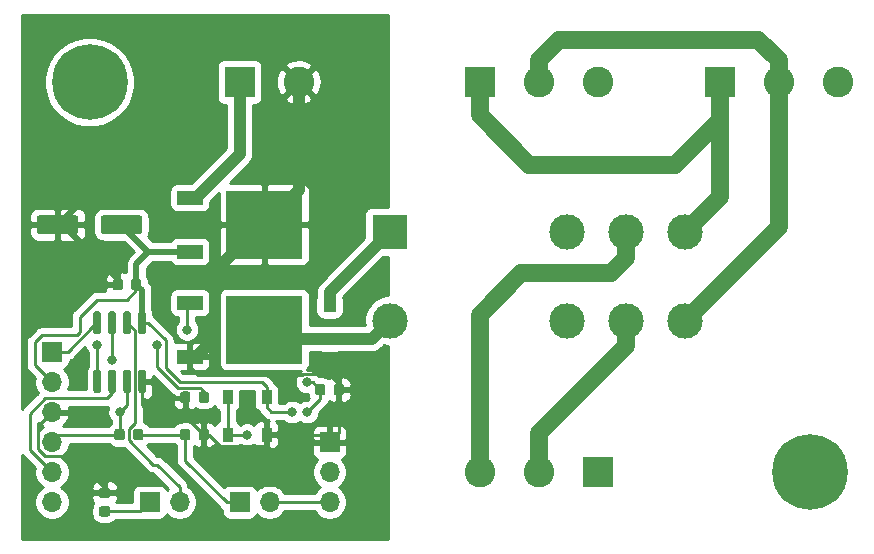
<source format=gbr>
G04 #@! TF.GenerationSoftware,KiCad,Pcbnew,(5.1.5)-3*
G04 #@! TF.CreationDate,2020-09-19T18:20:04+02:00*
G04 #@! TF.ProjectId,PedalCtrl,50656461-6c43-4747-926c-2e6b69636164,v0.0*
G04 #@! TF.SameCoordinates,Original*
G04 #@! TF.FileFunction,Copper,L1,Top*
G04 #@! TF.FilePolarity,Positive*
%FSLAX46Y46*%
G04 Gerber Fmt 4.6, Leading zero omitted, Abs format (unit mm)*
G04 Created by KiCad (PCBNEW (5.1.5)-3) date 2020-09-19 18:20:04*
%MOMM*%
%LPD*%
G04 APERTURE LIST*
%ADD10C,0.800000*%
%ADD11C,6.400000*%
%ADD12O,1.700000X1.700000*%
%ADD13R,1.700000X1.700000*%
%ADD14C,0.100000*%
%ADD15R,6.400000X5.800000*%
%ADD16R,2.200000X1.200000*%
%ADD17C,3.000000*%
%ADD18R,3.000000X3.000000*%
%ADD19C,2.600000*%
%ADD20R,2.600000X2.600000*%
%ADD21R,1.100000X1.100000*%
%ADD22R,0.900000X1.200000*%
%ADD23C,0.500000*%
%ADD24C,1.000000*%
%ADD25C,0.250000*%
%ADD26C,1.500000*%
%ADD27C,0.254000*%
G04 APERTURE END LIST*
D10*
X230297056Y-56722944D03*
X228600000Y-56020000D03*
X226902944Y-56722944D03*
X226200000Y-58420000D03*
X226902944Y-60117056D03*
X228600000Y-60820000D03*
X230297056Y-60117056D03*
X231000000Y-58420000D03*
D11*
X228600000Y-58420000D03*
D10*
X169337056Y-23702944D03*
X167640000Y-23000000D03*
X165942944Y-23702944D03*
X165240000Y-25400000D03*
X165942944Y-27097056D03*
X167640000Y-27800000D03*
X169337056Y-27097056D03*
X170040000Y-25400000D03*
D11*
X167640000Y-25400000D03*
D12*
X182880000Y-60960000D03*
D13*
X180340000Y-60960000D03*
D12*
X175260000Y-60960000D03*
D13*
X172720000Y-60960000D03*
D12*
X187960000Y-60960000D03*
X187960000Y-58420000D03*
D13*
X187960000Y-55880000D03*
G04 #@! TA.AperFunction,SMDPad,CuDef*
D14*
G36*
X172249703Y-49760722D02*
G01*
X172264264Y-49762882D01*
X172278543Y-49766459D01*
X172292403Y-49771418D01*
X172305710Y-49777712D01*
X172318336Y-49785280D01*
X172330159Y-49794048D01*
X172341066Y-49803934D01*
X172350952Y-49814841D01*
X172359720Y-49826664D01*
X172367288Y-49839290D01*
X172373582Y-49852597D01*
X172378541Y-49866457D01*
X172382118Y-49880736D01*
X172384278Y-49895297D01*
X172385000Y-49910000D01*
X172385000Y-51560000D01*
X172384278Y-51574703D01*
X172382118Y-51589264D01*
X172378541Y-51603543D01*
X172373582Y-51617403D01*
X172367288Y-51630710D01*
X172359720Y-51643336D01*
X172350952Y-51655159D01*
X172341066Y-51666066D01*
X172330159Y-51675952D01*
X172318336Y-51684720D01*
X172305710Y-51692288D01*
X172292403Y-51698582D01*
X172278543Y-51703541D01*
X172264264Y-51707118D01*
X172249703Y-51709278D01*
X172235000Y-51710000D01*
X171935000Y-51710000D01*
X171920297Y-51709278D01*
X171905736Y-51707118D01*
X171891457Y-51703541D01*
X171877597Y-51698582D01*
X171864290Y-51692288D01*
X171851664Y-51684720D01*
X171839841Y-51675952D01*
X171828934Y-51666066D01*
X171819048Y-51655159D01*
X171810280Y-51643336D01*
X171802712Y-51630710D01*
X171796418Y-51617403D01*
X171791459Y-51603543D01*
X171787882Y-51589264D01*
X171785722Y-51574703D01*
X171785000Y-51560000D01*
X171785000Y-49910000D01*
X171785722Y-49895297D01*
X171787882Y-49880736D01*
X171791459Y-49866457D01*
X171796418Y-49852597D01*
X171802712Y-49839290D01*
X171810280Y-49826664D01*
X171819048Y-49814841D01*
X171828934Y-49803934D01*
X171839841Y-49794048D01*
X171851664Y-49785280D01*
X171864290Y-49777712D01*
X171877597Y-49771418D01*
X171891457Y-49766459D01*
X171905736Y-49762882D01*
X171920297Y-49760722D01*
X171935000Y-49760000D01*
X172235000Y-49760000D01*
X172249703Y-49760722D01*
G37*
G04 #@! TD.AperFunction*
G04 #@! TA.AperFunction,SMDPad,CuDef*
G36*
X170979703Y-49760722D02*
G01*
X170994264Y-49762882D01*
X171008543Y-49766459D01*
X171022403Y-49771418D01*
X171035710Y-49777712D01*
X171048336Y-49785280D01*
X171060159Y-49794048D01*
X171071066Y-49803934D01*
X171080952Y-49814841D01*
X171089720Y-49826664D01*
X171097288Y-49839290D01*
X171103582Y-49852597D01*
X171108541Y-49866457D01*
X171112118Y-49880736D01*
X171114278Y-49895297D01*
X171115000Y-49910000D01*
X171115000Y-51560000D01*
X171114278Y-51574703D01*
X171112118Y-51589264D01*
X171108541Y-51603543D01*
X171103582Y-51617403D01*
X171097288Y-51630710D01*
X171089720Y-51643336D01*
X171080952Y-51655159D01*
X171071066Y-51666066D01*
X171060159Y-51675952D01*
X171048336Y-51684720D01*
X171035710Y-51692288D01*
X171022403Y-51698582D01*
X171008543Y-51703541D01*
X170994264Y-51707118D01*
X170979703Y-51709278D01*
X170965000Y-51710000D01*
X170665000Y-51710000D01*
X170650297Y-51709278D01*
X170635736Y-51707118D01*
X170621457Y-51703541D01*
X170607597Y-51698582D01*
X170594290Y-51692288D01*
X170581664Y-51684720D01*
X170569841Y-51675952D01*
X170558934Y-51666066D01*
X170549048Y-51655159D01*
X170540280Y-51643336D01*
X170532712Y-51630710D01*
X170526418Y-51617403D01*
X170521459Y-51603543D01*
X170517882Y-51589264D01*
X170515722Y-51574703D01*
X170515000Y-51560000D01*
X170515000Y-49910000D01*
X170515722Y-49895297D01*
X170517882Y-49880736D01*
X170521459Y-49866457D01*
X170526418Y-49852597D01*
X170532712Y-49839290D01*
X170540280Y-49826664D01*
X170549048Y-49814841D01*
X170558934Y-49803934D01*
X170569841Y-49794048D01*
X170581664Y-49785280D01*
X170594290Y-49777712D01*
X170607597Y-49771418D01*
X170621457Y-49766459D01*
X170635736Y-49762882D01*
X170650297Y-49760722D01*
X170665000Y-49760000D01*
X170965000Y-49760000D01*
X170979703Y-49760722D01*
G37*
G04 #@! TD.AperFunction*
G04 #@! TA.AperFunction,SMDPad,CuDef*
G36*
X169709703Y-49760722D02*
G01*
X169724264Y-49762882D01*
X169738543Y-49766459D01*
X169752403Y-49771418D01*
X169765710Y-49777712D01*
X169778336Y-49785280D01*
X169790159Y-49794048D01*
X169801066Y-49803934D01*
X169810952Y-49814841D01*
X169819720Y-49826664D01*
X169827288Y-49839290D01*
X169833582Y-49852597D01*
X169838541Y-49866457D01*
X169842118Y-49880736D01*
X169844278Y-49895297D01*
X169845000Y-49910000D01*
X169845000Y-51560000D01*
X169844278Y-51574703D01*
X169842118Y-51589264D01*
X169838541Y-51603543D01*
X169833582Y-51617403D01*
X169827288Y-51630710D01*
X169819720Y-51643336D01*
X169810952Y-51655159D01*
X169801066Y-51666066D01*
X169790159Y-51675952D01*
X169778336Y-51684720D01*
X169765710Y-51692288D01*
X169752403Y-51698582D01*
X169738543Y-51703541D01*
X169724264Y-51707118D01*
X169709703Y-51709278D01*
X169695000Y-51710000D01*
X169395000Y-51710000D01*
X169380297Y-51709278D01*
X169365736Y-51707118D01*
X169351457Y-51703541D01*
X169337597Y-51698582D01*
X169324290Y-51692288D01*
X169311664Y-51684720D01*
X169299841Y-51675952D01*
X169288934Y-51666066D01*
X169279048Y-51655159D01*
X169270280Y-51643336D01*
X169262712Y-51630710D01*
X169256418Y-51617403D01*
X169251459Y-51603543D01*
X169247882Y-51589264D01*
X169245722Y-51574703D01*
X169245000Y-51560000D01*
X169245000Y-49910000D01*
X169245722Y-49895297D01*
X169247882Y-49880736D01*
X169251459Y-49866457D01*
X169256418Y-49852597D01*
X169262712Y-49839290D01*
X169270280Y-49826664D01*
X169279048Y-49814841D01*
X169288934Y-49803934D01*
X169299841Y-49794048D01*
X169311664Y-49785280D01*
X169324290Y-49777712D01*
X169337597Y-49771418D01*
X169351457Y-49766459D01*
X169365736Y-49762882D01*
X169380297Y-49760722D01*
X169395000Y-49760000D01*
X169695000Y-49760000D01*
X169709703Y-49760722D01*
G37*
G04 #@! TD.AperFunction*
G04 #@! TA.AperFunction,SMDPad,CuDef*
G36*
X168439703Y-49760722D02*
G01*
X168454264Y-49762882D01*
X168468543Y-49766459D01*
X168482403Y-49771418D01*
X168495710Y-49777712D01*
X168508336Y-49785280D01*
X168520159Y-49794048D01*
X168531066Y-49803934D01*
X168540952Y-49814841D01*
X168549720Y-49826664D01*
X168557288Y-49839290D01*
X168563582Y-49852597D01*
X168568541Y-49866457D01*
X168572118Y-49880736D01*
X168574278Y-49895297D01*
X168575000Y-49910000D01*
X168575000Y-51560000D01*
X168574278Y-51574703D01*
X168572118Y-51589264D01*
X168568541Y-51603543D01*
X168563582Y-51617403D01*
X168557288Y-51630710D01*
X168549720Y-51643336D01*
X168540952Y-51655159D01*
X168531066Y-51666066D01*
X168520159Y-51675952D01*
X168508336Y-51684720D01*
X168495710Y-51692288D01*
X168482403Y-51698582D01*
X168468543Y-51703541D01*
X168454264Y-51707118D01*
X168439703Y-51709278D01*
X168425000Y-51710000D01*
X168125000Y-51710000D01*
X168110297Y-51709278D01*
X168095736Y-51707118D01*
X168081457Y-51703541D01*
X168067597Y-51698582D01*
X168054290Y-51692288D01*
X168041664Y-51684720D01*
X168029841Y-51675952D01*
X168018934Y-51666066D01*
X168009048Y-51655159D01*
X168000280Y-51643336D01*
X167992712Y-51630710D01*
X167986418Y-51617403D01*
X167981459Y-51603543D01*
X167977882Y-51589264D01*
X167975722Y-51574703D01*
X167975000Y-51560000D01*
X167975000Y-49910000D01*
X167975722Y-49895297D01*
X167977882Y-49880736D01*
X167981459Y-49866457D01*
X167986418Y-49852597D01*
X167992712Y-49839290D01*
X168000280Y-49826664D01*
X168009048Y-49814841D01*
X168018934Y-49803934D01*
X168029841Y-49794048D01*
X168041664Y-49785280D01*
X168054290Y-49777712D01*
X168067597Y-49771418D01*
X168081457Y-49766459D01*
X168095736Y-49762882D01*
X168110297Y-49760722D01*
X168125000Y-49760000D01*
X168425000Y-49760000D01*
X168439703Y-49760722D01*
G37*
G04 #@! TD.AperFunction*
G04 #@! TA.AperFunction,SMDPad,CuDef*
G36*
X168439703Y-44810722D02*
G01*
X168454264Y-44812882D01*
X168468543Y-44816459D01*
X168482403Y-44821418D01*
X168495710Y-44827712D01*
X168508336Y-44835280D01*
X168520159Y-44844048D01*
X168531066Y-44853934D01*
X168540952Y-44864841D01*
X168549720Y-44876664D01*
X168557288Y-44889290D01*
X168563582Y-44902597D01*
X168568541Y-44916457D01*
X168572118Y-44930736D01*
X168574278Y-44945297D01*
X168575000Y-44960000D01*
X168575000Y-46610000D01*
X168574278Y-46624703D01*
X168572118Y-46639264D01*
X168568541Y-46653543D01*
X168563582Y-46667403D01*
X168557288Y-46680710D01*
X168549720Y-46693336D01*
X168540952Y-46705159D01*
X168531066Y-46716066D01*
X168520159Y-46725952D01*
X168508336Y-46734720D01*
X168495710Y-46742288D01*
X168482403Y-46748582D01*
X168468543Y-46753541D01*
X168454264Y-46757118D01*
X168439703Y-46759278D01*
X168425000Y-46760000D01*
X168125000Y-46760000D01*
X168110297Y-46759278D01*
X168095736Y-46757118D01*
X168081457Y-46753541D01*
X168067597Y-46748582D01*
X168054290Y-46742288D01*
X168041664Y-46734720D01*
X168029841Y-46725952D01*
X168018934Y-46716066D01*
X168009048Y-46705159D01*
X168000280Y-46693336D01*
X167992712Y-46680710D01*
X167986418Y-46667403D01*
X167981459Y-46653543D01*
X167977882Y-46639264D01*
X167975722Y-46624703D01*
X167975000Y-46610000D01*
X167975000Y-44960000D01*
X167975722Y-44945297D01*
X167977882Y-44930736D01*
X167981459Y-44916457D01*
X167986418Y-44902597D01*
X167992712Y-44889290D01*
X168000280Y-44876664D01*
X168009048Y-44864841D01*
X168018934Y-44853934D01*
X168029841Y-44844048D01*
X168041664Y-44835280D01*
X168054290Y-44827712D01*
X168067597Y-44821418D01*
X168081457Y-44816459D01*
X168095736Y-44812882D01*
X168110297Y-44810722D01*
X168125000Y-44810000D01*
X168425000Y-44810000D01*
X168439703Y-44810722D01*
G37*
G04 #@! TD.AperFunction*
G04 #@! TA.AperFunction,SMDPad,CuDef*
G36*
X169709703Y-44810722D02*
G01*
X169724264Y-44812882D01*
X169738543Y-44816459D01*
X169752403Y-44821418D01*
X169765710Y-44827712D01*
X169778336Y-44835280D01*
X169790159Y-44844048D01*
X169801066Y-44853934D01*
X169810952Y-44864841D01*
X169819720Y-44876664D01*
X169827288Y-44889290D01*
X169833582Y-44902597D01*
X169838541Y-44916457D01*
X169842118Y-44930736D01*
X169844278Y-44945297D01*
X169845000Y-44960000D01*
X169845000Y-46610000D01*
X169844278Y-46624703D01*
X169842118Y-46639264D01*
X169838541Y-46653543D01*
X169833582Y-46667403D01*
X169827288Y-46680710D01*
X169819720Y-46693336D01*
X169810952Y-46705159D01*
X169801066Y-46716066D01*
X169790159Y-46725952D01*
X169778336Y-46734720D01*
X169765710Y-46742288D01*
X169752403Y-46748582D01*
X169738543Y-46753541D01*
X169724264Y-46757118D01*
X169709703Y-46759278D01*
X169695000Y-46760000D01*
X169395000Y-46760000D01*
X169380297Y-46759278D01*
X169365736Y-46757118D01*
X169351457Y-46753541D01*
X169337597Y-46748582D01*
X169324290Y-46742288D01*
X169311664Y-46734720D01*
X169299841Y-46725952D01*
X169288934Y-46716066D01*
X169279048Y-46705159D01*
X169270280Y-46693336D01*
X169262712Y-46680710D01*
X169256418Y-46667403D01*
X169251459Y-46653543D01*
X169247882Y-46639264D01*
X169245722Y-46624703D01*
X169245000Y-46610000D01*
X169245000Y-44960000D01*
X169245722Y-44945297D01*
X169247882Y-44930736D01*
X169251459Y-44916457D01*
X169256418Y-44902597D01*
X169262712Y-44889290D01*
X169270280Y-44876664D01*
X169279048Y-44864841D01*
X169288934Y-44853934D01*
X169299841Y-44844048D01*
X169311664Y-44835280D01*
X169324290Y-44827712D01*
X169337597Y-44821418D01*
X169351457Y-44816459D01*
X169365736Y-44812882D01*
X169380297Y-44810722D01*
X169395000Y-44810000D01*
X169695000Y-44810000D01*
X169709703Y-44810722D01*
G37*
G04 #@! TD.AperFunction*
G04 #@! TA.AperFunction,SMDPad,CuDef*
G36*
X170979703Y-44810722D02*
G01*
X170994264Y-44812882D01*
X171008543Y-44816459D01*
X171022403Y-44821418D01*
X171035710Y-44827712D01*
X171048336Y-44835280D01*
X171060159Y-44844048D01*
X171071066Y-44853934D01*
X171080952Y-44864841D01*
X171089720Y-44876664D01*
X171097288Y-44889290D01*
X171103582Y-44902597D01*
X171108541Y-44916457D01*
X171112118Y-44930736D01*
X171114278Y-44945297D01*
X171115000Y-44960000D01*
X171115000Y-46610000D01*
X171114278Y-46624703D01*
X171112118Y-46639264D01*
X171108541Y-46653543D01*
X171103582Y-46667403D01*
X171097288Y-46680710D01*
X171089720Y-46693336D01*
X171080952Y-46705159D01*
X171071066Y-46716066D01*
X171060159Y-46725952D01*
X171048336Y-46734720D01*
X171035710Y-46742288D01*
X171022403Y-46748582D01*
X171008543Y-46753541D01*
X170994264Y-46757118D01*
X170979703Y-46759278D01*
X170965000Y-46760000D01*
X170665000Y-46760000D01*
X170650297Y-46759278D01*
X170635736Y-46757118D01*
X170621457Y-46753541D01*
X170607597Y-46748582D01*
X170594290Y-46742288D01*
X170581664Y-46734720D01*
X170569841Y-46725952D01*
X170558934Y-46716066D01*
X170549048Y-46705159D01*
X170540280Y-46693336D01*
X170532712Y-46680710D01*
X170526418Y-46667403D01*
X170521459Y-46653543D01*
X170517882Y-46639264D01*
X170515722Y-46624703D01*
X170515000Y-46610000D01*
X170515000Y-44960000D01*
X170515722Y-44945297D01*
X170517882Y-44930736D01*
X170521459Y-44916457D01*
X170526418Y-44902597D01*
X170532712Y-44889290D01*
X170540280Y-44876664D01*
X170549048Y-44864841D01*
X170558934Y-44853934D01*
X170569841Y-44844048D01*
X170581664Y-44835280D01*
X170594290Y-44827712D01*
X170607597Y-44821418D01*
X170621457Y-44816459D01*
X170635736Y-44812882D01*
X170650297Y-44810722D01*
X170665000Y-44810000D01*
X170965000Y-44810000D01*
X170979703Y-44810722D01*
G37*
G04 #@! TD.AperFunction*
G04 #@! TA.AperFunction,SMDPad,CuDef*
G36*
X172249703Y-44810722D02*
G01*
X172264264Y-44812882D01*
X172278543Y-44816459D01*
X172292403Y-44821418D01*
X172305710Y-44827712D01*
X172318336Y-44835280D01*
X172330159Y-44844048D01*
X172341066Y-44853934D01*
X172350952Y-44864841D01*
X172359720Y-44876664D01*
X172367288Y-44889290D01*
X172373582Y-44902597D01*
X172378541Y-44916457D01*
X172382118Y-44930736D01*
X172384278Y-44945297D01*
X172385000Y-44960000D01*
X172385000Y-46610000D01*
X172384278Y-46624703D01*
X172382118Y-46639264D01*
X172378541Y-46653543D01*
X172373582Y-46667403D01*
X172367288Y-46680710D01*
X172359720Y-46693336D01*
X172350952Y-46705159D01*
X172341066Y-46716066D01*
X172330159Y-46725952D01*
X172318336Y-46734720D01*
X172305710Y-46742288D01*
X172292403Y-46748582D01*
X172278543Y-46753541D01*
X172264264Y-46757118D01*
X172249703Y-46759278D01*
X172235000Y-46760000D01*
X171935000Y-46760000D01*
X171920297Y-46759278D01*
X171905736Y-46757118D01*
X171891457Y-46753541D01*
X171877597Y-46748582D01*
X171864290Y-46742288D01*
X171851664Y-46734720D01*
X171839841Y-46725952D01*
X171828934Y-46716066D01*
X171819048Y-46705159D01*
X171810280Y-46693336D01*
X171802712Y-46680710D01*
X171796418Y-46667403D01*
X171791459Y-46653543D01*
X171787882Y-46639264D01*
X171785722Y-46624703D01*
X171785000Y-46610000D01*
X171785000Y-44960000D01*
X171785722Y-44945297D01*
X171787882Y-44930736D01*
X171791459Y-44916457D01*
X171796418Y-44902597D01*
X171802712Y-44889290D01*
X171810280Y-44876664D01*
X171819048Y-44864841D01*
X171828934Y-44853934D01*
X171839841Y-44844048D01*
X171851664Y-44835280D01*
X171864290Y-44827712D01*
X171877597Y-44821418D01*
X171891457Y-44816459D01*
X171905736Y-44812882D01*
X171920297Y-44810722D01*
X171935000Y-44810000D01*
X172235000Y-44810000D01*
X172249703Y-44810722D01*
G37*
G04 #@! TD.AperFunction*
D15*
X182440000Y-37465000D03*
D16*
X176140000Y-39745000D03*
X176140000Y-35185000D03*
G04 #@! TA.AperFunction,SMDPad,CuDef*
D14*
G36*
X177557691Y-54771053D02*
G01*
X177578926Y-54774203D01*
X177599750Y-54779419D01*
X177619962Y-54786651D01*
X177639368Y-54795830D01*
X177657781Y-54806866D01*
X177675024Y-54819654D01*
X177690930Y-54834070D01*
X177705346Y-54849976D01*
X177718134Y-54867219D01*
X177729170Y-54885632D01*
X177738349Y-54905038D01*
X177745581Y-54925250D01*
X177750797Y-54946074D01*
X177753947Y-54967309D01*
X177755000Y-54988750D01*
X177755000Y-55501250D01*
X177753947Y-55522691D01*
X177750797Y-55543926D01*
X177745581Y-55564750D01*
X177738349Y-55584962D01*
X177729170Y-55604368D01*
X177718134Y-55622781D01*
X177705346Y-55640024D01*
X177690930Y-55655930D01*
X177675024Y-55670346D01*
X177657781Y-55683134D01*
X177639368Y-55694170D01*
X177619962Y-55703349D01*
X177599750Y-55710581D01*
X177578926Y-55715797D01*
X177557691Y-55718947D01*
X177536250Y-55720000D01*
X177098750Y-55720000D01*
X177077309Y-55718947D01*
X177056074Y-55715797D01*
X177035250Y-55710581D01*
X177015038Y-55703349D01*
X176995632Y-55694170D01*
X176977219Y-55683134D01*
X176959976Y-55670346D01*
X176944070Y-55655930D01*
X176929654Y-55640024D01*
X176916866Y-55622781D01*
X176905830Y-55604368D01*
X176896651Y-55584962D01*
X176889419Y-55564750D01*
X176884203Y-55543926D01*
X176881053Y-55522691D01*
X176880000Y-55501250D01*
X176880000Y-54988750D01*
X176881053Y-54967309D01*
X176884203Y-54946074D01*
X176889419Y-54925250D01*
X176896651Y-54905038D01*
X176905830Y-54885632D01*
X176916866Y-54867219D01*
X176929654Y-54849976D01*
X176944070Y-54834070D01*
X176959976Y-54819654D01*
X176977219Y-54806866D01*
X176995632Y-54795830D01*
X177015038Y-54786651D01*
X177035250Y-54779419D01*
X177056074Y-54774203D01*
X177077309Y-54771053D01*
X177098750Y-54770000D01*
X177536250Y-54770000D01*
X177557691Y-54771053D01*
G37*
G04 #@! TD.AperFunction*
G04 #@! TA.AperFunction,SMDPad,CuDef*
G36*
X175982691Y-54771053D02*
G01*
X176003926Y-54774203D01*
X176024750Y-54779419D01*
X176044962Y-54786651D01*
X176064368Y-54795830D01*
X176082781Y-54806866D01*
X176100024Y-54819654D01*
X176115930Y-54834070D01*
X176130346Y-54849976D01*
X176143134Y-54867219D01*
X176154170Y-54885632D01*
X176163349Y-54905038D01*
X176170581Y-54925250D01*
X176175797Y-54946074D01*
X176178947Y-54967309D01*
X176180000Y-54988750D01*
X176180000Y-55501250D01*
X176178947Y-55522691D01*
X176175797Y-55543926D01*
X176170581Y-55564750D01*
X176163349Y-55584962D01*
X176154170Y-55604368D01*
X176143134Y-55622781D01*
X176130346Y-55640024D01*
X176115930Y-55655930D01*
X176100024Y-55670346D01*
X176082781Y-55683134D01*
X176064368Y-55694170D01*
X176044962Y-55703349D01*
X176024750Y-55710581D01*
X176003926Y-55715797D01*
X175982691Y-55718947D01*
X175961250Y-55720000D01*
X175523750Y-55720000D01*
X175502309Y-55718947D01*
X175481074Y-55715797D01*
X175460250Y-55710581D01*
X175440038Y-55703349D01*
X175420632Y-55694170D01*
X175402219Y-55683134D01*
X175384976Y-55670346D01*
X175369070Y-55655930D01*
X175354654Y-55640024D01*
X175341866Y-55622781D01*
X175330830Y-55604368D01*
X175321651Y-55584962D01*
X175314419Y-55564750D01*
X175309203Y-55543926D01*
X175306053Y-55522691D01*
X175305000Y-55501250D01*
X175305000Y-54988750D01*
X175306053Y-54967309D01*
X175309203Y-54946074D01*
X175314419Y-54925250D01*
X175321651Y-54905038D01*
X175330830Y-54885632D01*
X175341866Y-54867219D01*
X175354654Y-54849976D01*
X175369070Y-54834070D01*
X175384976Y-54819654D01*
X175402219Y-54806866D01*
X175420632Y-54795830D01*
X175440038Y-54786651D01*
X175460250Y-54779419D01*
X175481074Y-54774203D01*
X175502309Y-54771053D01*
X175523750Y-54770000D01*
X175961250Y-54770000D01*
X175982691Y-54771053D01*
G37*
G04 #@! TD.AperFunction*
G04 #@! TA.AperFunction,SMDPad,CuDef*
G36*
X171995191Y-54771053D02*
G01*
X172016426Y-54774203D01*
X172037250Y-54779419D01*
X172057462Y-54786651D01*
X172076868Y-54795830D01*
X172095281Y-54806866D01*
X172112524Y-54819654D01*
X172128430Y-54834070D01*
X172142846Y-54849976D01*
X172155634Y-54867219D01*
X172166670Y-54885632D01*
X172175849Y-54905038D01*
X172183081Y-54925250D01*
X172188297Y-54946074D01*
X172191447Y-54967309D01*
X172192500Y-54988750D01*
X172192500Y-55501250D01*
X172191447Y-55522691D01*
X172188297Y-55543926D01*
X172183081Y-55564750D01*
X172175849Y-55584962D01*
X172166670Y-55604368D01*
X172155634Y-55622781D01*
X172142846Y-55640024D01*
X172128430Y-55655930D01*
X172112524Y-55670346D01*
X172095281Y-55683134D01*
X172076868Y-55694170D01*
X172057462Y-55703349D01*
X172037250Y-55710581D01*
X172016426Y-55715797D01*
X171995191Y-55718947D01*
X171973750Y-55720000D01*
X171536250Y-55720000D01*
X171514809Y-55718947D01*
X171493574Y-55715797D01*
X171472750Y-55710581D01*
X171452538Y-55703349D01*
X171433132Y-55694170D01*
X171414719Y-55683134D01*
X171397476Y-55670346D01*
X171381570Y-55655930D01*
X171367154Y-55640024D01*
X171354366Y-55622781D01*
X171343330Y-55604368D01*
X171334151Y-55584962D01*
X171326919Y-55564750D01*
X171321703Y-55543926D01*
X171318553Y-55522691D01*
X171317500Y-55501250D01*
X171317500Y-54988750D01*
X171318553Y-54967309D01*
X171321703Y-54946074D01*
X171326919Y-54925250D01*
X171334151Y-54905038D01*
X171343330Y-54885632D01*
X171354366Y-54867219D01*
X171367154Y-54849976D01*
X171381570Y-54834070D01*
X171397476Y-54819654D01*
X171414719Y-54806866D01*
X171433132Y-54795830D01*
X171452538Y-54786651D01*
X171472750Y-54779419D01*
X171493574Y-54774203D01*
X171514809Y-54771053D01*
X171536250Y-54770000D01*
X171973750Y-54770000D01*
X171995191Y-54771053D01*
G37*
G04 #@! TD.AperFunction*
G04 #@! TA.AperFunction,SMDPad,CuDef*
G36*
X170420191Y-54771053D02*
G01*
X170441426Y-54774203D01*
X170462250Y-54779419D01*
X170482462Y-54786651D01*
X170501868Y-54795830D01*
X170520281Y-54806866D01*
X170537524Y-54819654D01*
X170553430Y-54834070D01*
X170567846Y-54849976D01*
X170580634Y-54867219D01*
X170591670Y-54885632D01*
X170600849Y-54905038D01*
X170608081Y-54925250D01*
X170613297Y-54946074D01*
X170616447Y-54967309D01*
X170617500Y-54988750D01*
X170617500Y-55501250D01*
X170616447Y-55522691D01*
X170613297Y-55543926D01*
X170608081Y-55564750D01*
X170600849Y-55584962D01*
X170591670Y-55604368D01*
X170580634Y-55622781D01*
X170567846Y-55640024D01*
X170553430Y-55655930D01*
X170537524Y-55670346D01*
X170520281Y-55683134D01*
X170501868Y-55694170D01*
X170482462Y-55703349D01*
X170462250Y-55710581D01*
X170441426Y-55715797D01*
X170420191Y-55718947D01*
X170398750Y-55720000D01*
X169961250Y-55720000D01*
X169939809Y-55718947D01*
X169918574Y-55715797D01*
X169897750Y-55710581D01*
X169877538Y-55703349D01*
X169858132Y-55694170D01*
X169839719Y-55683134D01*
X169822476Y-55670346D01*
X169806570Y-55655930D01*
X169792154Y-55640024D01*
X169779366Y-55622781D01*
X169768330Y-55604368D01*
X169759151Y-55584962D01*
X169751919Y-55564750D01*
X169746703Y-55543926D01*
X169743553Y-55522691D01*
X169742500Y-55501250D01*
X169742500Y-54988750D01*
X169743553Y-54967309D01*
X169746703Y-54946074D01*
X169751919Y-54925250D01*
X169759151Y-54905038D01*
X169768330Y-54885632D01*
X169779366Y-54867219D01*
X169792154Y-54849976D01*
X169806570Y-54834070D01*
X169822476Y-54819654D01*
X169839719Y-54806866D01*
X169858132Y-54795830D01*
X169877538Y-54786651D01*
X169897750Y-54779419D01*
X169918574Y-54774203D01*
X169939809Y-54771053D01*
X169961250Y-54770000D01*
X170398750Y-54770000D01*
X170420191Y-54771053D01*
G37*
G04 #@! TD.AperFunction*
G04 #@! TA.AperFunction,SMDPad,CuDef*
G36*
X177557691Y-51596053D02*
G01*
X177578926Y-51599203D01*
X177599750Y-51604419D01*
X177619962Y-51611651D01*
X177639368Y-51620830D01*
X177657781Y-51631866D01*
X177675024Y-51644654D01*
X177690930Y-51659070D01*
X177705346Y-51674976D01*
X177718134Y-51692219D01*
X177729170Y-51710632D01*
X177738349Y-51730038D01*
X177745581Y-51750250D01*
X177750797Y-51771074D01*
X177753947Y-51792309D01*
X177755000Y-51813750D01*
X177755000Y-52326250D01*
X177753947Y-52347691D01*
X177750797Y-52368926D01*
X177745581Y-52389750D01*
X177738349Y-52409962D01*
X177729170Y-52429368D01*
X177718134Y-52447781D01*
X177705346Y-52465024D01*
X177690930Y-52480930D01*
X177675024Y-52495346D01*
X177657781Y-52508134D01*
X177639368Y-52519170D01*
X177619962Y-52528349D01*
X177599750Y-52535581D01*
X177578926Y-52540797D01*
X177557691Y-52543947D01*
X177536250Y-52545000D01*
X177098750Y-52545000D01*
X177077309Y-52543947D01*
X177056074Y-52540797D01*
X177035250Y-52535581D01*
X177015038Y-52528349D01*
X176995632Y-52519170D01*
X176977219Y-52508134D01*
X176959976Y-52495346D01*
X176944070Y-52480930D01*
X176929654Y-52465024D01*
X176916866Y-52447781D01*
X176905830Y-52429368D01*
X176896651Y-52409962D01*
X176889419Y-52389750D01*
X176884203Y-52368926D01*
X176881053Y-52347691D01*
X176880000Y-52326250D01*
X176880000Y-51813750D01*
X176881053Y-51792309D01*
X176884203Y-51771074D01*
X176889419Y-51750250D01*
X176896651Y-51730038D01*
X176905830Y-51710632D01*
X176916866Y-51692219D01*
X176929654Y-51674976D01*
X176944070Y-51659070D01*
X176959976Y-51644654D01*
X176977219Y-51631866D01*
X176995632Y-51620830D01*
X177015038Y-51611651D01*
X177035250Y-51604419D01*
X177056074Y-51599203D01*
X177077309Y-51596053D01*
X177098750Y-51595000D01*
X177536250Y-51595000D01*
X177557691Y-51596053D01*
G37*
G04 #@! TD.AperFunction*
G04 #@! TA.AperFunction,SMDPad,CuDef*
G36*
X175982691Y-51596053D02*
G01*
X176003926Y-51599203D01*
X176024750Y-51604419D01*
X176044962Y-51611651D01*
X176064368Y-51620830D01*
X176082781Y-51631866D01*
X176100024Y-51644654D01*
X176115930Y-51659070D01*
X176130346Y-51674976D01*
X176143134Y-51692219D01*
X176154170Y-51710632D01*
X176163349Y-51730038D01*
X176170581Y-51750250D01*
X176175797Y-51771074D01*
X176178947Y-51792309D01*
X176180000Y-51813750D01*
X176180000Y-52326250D01*
X176178947Y-52347691D01*
X176175797Y-52368926D01*
X176170581Y-52389750D01*
X176163349Y-52409962D01*
X176154170Y-52429368D01*
X176143134Y-52447781D01*
X176130346Y-52465024D01*
X176115930Y-52480930D01*
X176100024Y-52495346D01*
X176082781Y-52508134D01*
X176064368Y-52519170D01*
X176044962Y-52528349D01*
X176024750Y-52535581D01*
X176003926Y-52540797D01*
X175982691Y-52543947D01*
X175961250Y-52545000D01*
X175523750Y-52545000D01*
X175502309Y-52543947D01*
X175481074Y-52540797D01*
X175460250Y-52535581D01*
X175440038Y-52528349D01*
X175420632Y-52519170D01*
X175402219Y-52508134D01*
X175384976Y-52495346D01*
X175369070Y-52480930D01*
X175354654Y-52465024D01*
X175341866Y-52447781D01*
X175330830Y-52429368D01*
X175321651Y-52409962D01*
X175314419Y-52389750D01*
X175309203Y-52368926D01*
X175306053Y-52347691D01*
X175305000Y-52326250D01*
X175305000Y-51813750D01*
X175306053Y-51792309D01*
X175309203Y-51771074D01*
X175314419Y-51750250D01*
X175321651Y-51730038D01*
X175330830Y-51710632D01*
X175341866Y-51692219D01*
X175354654Y-51674976D01*
X175369070Y-51659070D01*
X175384976Y-51644654D01*
X175402219Y-51631866D01*
X175420632Y-51620830D01*
X175440038Y-51611651D01*
X175460250Y-51604419D01*
X175481074Y-51599203D01*
X175502309Y-51596053D01*
X175523750Y-51595000D01*
X175961250Y-51595000D01*
X175982691Y-51596053D01*
G37*
G04 #@! TD.AperFunction*
G04 #@! TA.AperFunction,SMDPad,CuDef*
G36*
X169187691Y-61311053D02*
G01*
X169208926Y-61314203D01*
X169229750Y-61319419D01*
X169249962Y-61326651D01*
X169269368Y-61335830D01*
X169287781Y-61346866D01*
X169305024Y-61359654D01*
X169320930Y-61374070D01*
X169335346Y-61389976D01*
X169348134Y-61407219D01*
X169359170Y-61425632D01*
X169368349Y-61445038D01*
X169375581Y-61465250D01*
X169380797Y-61486074D01*
X169383947Y-61507309D01*
X169385000Y-61528750D01*
X169385000Y-61966250D01*
X169383947Y-61987691D01*
X169380797Y-62008926D01*
X169375581Y-62029750D01*
X169368349Y-62049962D01*
X169359170Y-62069368D01*
X169348134Y-62087781D01*
X169335346Y-62105024D01*
X169320930Y-62120930D01*
X169305024Y-62135346D01*
X169287781Y-62148134D01*
X169269368Y-62159170D01*
X169249962Y-62168349D01*
X169229750Y-62175581D01*
X169208926Y-62180797D01*
X169187691Y-62183947D01*
X169166250Y-62185000D01*
X168653750Y-62185000D01*
X168632309Y-62183947D01*
X168611074Y-62180797D01*
X168590250Y-62175581D01*
X168570038Y-62168349D01*
X168550632Y-62159170D01*
X168532219Y-62148134D01*
X168514976Y-62135346D01*
X168499070Y-62120930D01*
X168484654Y-62105024D01*
X168471866Y-62087781D01*
X168460830Y-62069368D01*
X168451651Y-62049962D01*
X168444419Y-62029750D01*
X168439203Y-62008926D01*
X168436053Y-61987691D01*
X168435000Y-61966250D01*
X168435000Y-61528750D01*
X168436053Y-61507309D01*
X168439203Y-61486074D01*
X168444419Y-61465250D01*
X168451651Y-61445038D01*
X168460830Y-61425632D01*
X168471866Y-61407219D01*
X168484654Y-61389976D01*
X168499070Y-61374070D01*
X168514976Y-61359654D01*
X168532219Y-61346866D01*
X168550632Y-61335830D01*
X168570038Y-61326651D01*
X168590250Y-61319419D01*
X168611074Y-61314203D01*
X168632309Y-61311053D01*
X168653750Y-61310000D01*
X169166250Y-61310000D01*
X169187691Y-61311053D01*
G37*
G04 #@! TD.AperFunction*
G04 #@! TA.AperFunction,SMDPad,CuDef*
G36*
X169187691Y-59736053D02*
G01*
X169208926Y-59739203D01*
X169229750Y-59744419D01*
X169249962Y-59751651D01*
X169269368Y-59760830D01*
X169287781Y-59771866D01*
X169305024Y-59784654D01*
X169320930Y-59799070D01*
X169335346Y-59814976D01*
X169348134Y-59832219D01*
X169359170Y-59850632D01*
X169368349Y-59870038D01*
X169375581Y-59890250D01*
X169380797Y-59911074D01*
X169383947Y-59932309D01*
X169385000Y-59953750D01*
X169385000Y-60391250D01*
X169383947Y-60412691D01*
X169380797Y-60433926D01*
X169375581Y-60454750D01*
X169368349Y-60474962D01*
X169359170Y-60494368D01*
X169348134Y-60512781D01*
X169335346Y-60530024D01*
X169320930Y-60545930D01*
X169305024Y-60560346D01*
X169287781Y-60573134D01*
X169269368Y-60584170D01*
X169249962Y-60593349D01*
X169229750Y-60600581D01*
X169208926Y-60605797D01*
X169187691Y-60608947D01*
X169166250Y-60610000D01*
X168653750Y-60610000D01*
X168632309Y-60608947D01*
X168611074Y-60605797D01*
X168590250Y-60600581D01*
X168570038Y-60593349D01*
X168550632Y-60584170D01*
X168532219Y-60573134D01*
X168514976Y-60560346D01*
X168499070Y-60545930D01*
X168484654Y-60530024D01*
X168471866Y-60512781D01*
X168460830Y-60494368D01*
X168451651Y-60474962D01*
X168444419Y-60454750D01*
X168439203Y-60433926D01*
X168436053Y-60412691D01*
X168435000Y-60391250D01*
X168435000Y-59953750D01*
X168436053Y-59932309D01*
X168439203Y-59911074D01*
X168444419Y-59890250D01*
X168451651Y-59870038D01*
X168460830Y-59850632D01*
X168471866Y-59832219D01*
X168484654Y-59814976D01*
X168499070Y-59799070D01*
X168514976Y-59784654D01*
X168532219Y-59771866D01*
X168550632Y-59760830D01*
X168570038Y-59751651D01*
X168590250Y-59744419D01*
X168611074Y-59739203D01*
X168632309Y-59736053D01*
X168653750Y-59735000D01*
X169166250Y-59735000D01*
X169187691Y-59736053D01*
G37*
G04 #@! TD.AperFunction*
D15*
X182440000Y-46355000D03*
D16*
X176140000Y-48635000D03*
X176140000Y-44075000D03*
D17*
X218040000Y-38100000D03*
X213040000Y-45600000D03*
X208040000Y-38100000D03*
X208040000Y-45600000D03*
X218040000Y-45600000D03*
X213040000Y-38100000D03*
X193040000Y-45600000D03*
D18*
X193040000Y-38100000D03*
D19*
X230980000Y-25400000D03*
X225980000Y-25400000D03*
D20*
X220980000Y-25400000D03*
D19*
X200660000Y-58420000D03*
X205660000Y-58420000D03*
D20*
X210660000Y-58420000D03*
D12*
X164465000Y-60960000D03*
X164465000Y-58420000D03*
X164465000Y-55880000D03*
X164465000Y-53340000D03*
X164465000Y-50800000D03*
D13*
X164465000Y-48260000D03*
D19*
X210660000Y-25400000D03*
X205660000Y-25400000D03*
D20*
X200660000Y-25400000D03*
D19*
X185340000Y-25400000D03*
D20*
X180340000Y-25400000D03*
D21*
X187960000Y-47120000D03*
X187960000Y-44320000D03*
D22*
X182625000Y-55245000D03*
X179325000Y-55245000D03*
X179325000Y-52070000D03*
X182625000Y-52070000D03*
G04 #@! TA.AperFunction,SMDPad,CuDef*
D14*
G36*
X170267691Y-42071053D02*
G01*
X170288926Y-42074203D01*
X170309750Y-42079419D01*
X170329962Y-42086651D01*
X170349368Y-42095830D01*
X170367781Y-42106866D01*
X170385024Y-42119654D01*
X170400930Y-42134070D01*
X170415346Y-42149976D01*
X170428134Y-42167219D01*
X170439170Y-42185632D01*
X170448349Y-42205038D01*
X170455581Y-42225250D01*
X170460797Y-42246074D01*
X170463947Y-42267309D01*
X170465000Y-42288750D01*
X170465000Y-42801250D01*
X170463947Y-42822691D01*
X170460797Y-42843926D01*
X170455581Y-42864750D01*
X170448349Y-42884962D01*
X170439170Y-42904368D01*
X170428134Y-42922781D01*
X170415346Y-42940024D01*
X170400930Y-42955930D01*
X170385024Y-42970346D01*
X170367781Y-42983134D01*
X170349368Y-42994170D01*
X170329962Y-43003349D01*
X170309750Y-43010581D01*
X170288926Y-43015797D01*
X170267691Y-43018947D01*
X170246250Y-43020000D01*
X169808750Y-43020000D01*
X169787309Y-43018947D01*
X169766074Y-43015797D01*
X169745250Y-43010581D01*
X169725038Y-43003349D01*
X169705632Y-42994170D01*
X169687219Y-42983134D01*
X169669976Y-42970346D01*
X169654070Y-42955930D01*
X169639654Y-42940024D01*
X169626866Y-42922781D01*
X169615830Y-42904368D01*
X169606651Y-42884962D01*
X169599419Y-42864750D01*
X169594203Y-42843926D01*
X169591053Y-42822691D01*
X169590000Y-42801250D01*
X169590000Y-42288750D01*
X169591053Y-42267309D01*
X169594203Y-42246074D01*
X169599419Y-42225250D01*
X169606651Y-42205038D01*
X169615830Y-42185632D01*
X169626866Y-42167219D01*
X169639654Y-42149976D01*
X169654070Y-42134070D01*
X169669976Y-42119654D01*
X169687219Y-42106866D01*
X169705632Y-42095830D01*
X169725038Y-42086651D01*
X169745250Y-42079419D01*
X169766074Y-42074203D01*
X169787309Y-42071053D01*
X169808750Y-42070000D01*
X170246250Y-42070000D01*
X170267691Y-42071053D01*
G37*
G04 #@! TD.AperFunction*
G04 #@! TA.AperFunction,SMDPad,CuDef*
G36*
X171842691Y-42071053D02*
G01*
X171863926Y-42074203D01*
X171884750Y-42079419D01*
X171904962Y-42086651D01*
X171924368Y-42095830D01*
X171942781Y-42106866D01*
X171960024Y-42119654D01*
X171975930Y-42134070D01*
X171990346Y-42149976D01*
X172003134Y-42167219D01*
X172014170Y-42185632D01*
X172023349Y-42205038D01*
X172030581Y-42225250D01*
X172035797Y-42246074D01*
X172038947Y-42267309D01*
X172040000Y-42288750D01*
X172040000Y-42801250D01*
X172038947Y-42822691D01*
X172035797Y-42843926D01*
X172030581Y-42864750D01*
X172023349Y-42884962D01*
X172014170Y-42904368D01*
X172003134Y-42922781D01*
X171990346Y-42940024D01*
X171975930Y-42955930D01*
X171960024Y-42970346D01*
X171942781Y-42983134D01*
X171924368Y-42994170D01*
X171904962Y-43003349D01*
X171884750Y-43010581D01*
X171863926Y-43015797D01*
X171842691Y-43018947D01*
X171821250Y-43020000D01*
X171383750Y-43020000D01*
X171362309Y-43018947D01*
X171341074Y-43015797D01*
X171320250Y-43010581D01*
X171300038Y-43003349D01*
X171280632Y-42994170D01*
X171262219Y-42983134D01*
X171244976Y-42970346D01*
X171229070Y-42955930D01*
X171214654Y-42940024D01*
X171201866Y-42922781D01*
X171190830Y-42904368D01*
X171181651Y-42884962D01*
X171174419Y-42864750D01*
X171169203Y-42843926D01*
X171166053Y-42822691D01*
X171165000Y-42801250D01*
X171165000Y-42288750D01*
X171166053Y-42267309D01*
X171169203Y-42246074D01*
X171174419Y-42225250D01*
X171181651Y-42205038D01*
X171190830Y-42185632D01*
X171201866Y-42167219D01*
X171214654Y-42149976D01*
X171229070Y-42134070D01*
X171244976Y-42119654D01*
X171262219Y-42106866D01*
X171280632Y-42095830D01*
X171300038Y-42086651D01*
X171320250Y-42079419D01*
X171341074Y-42074203D01*
X171362309Y-42071053D01*
X171383750Y-42070000D01*
X171821250Y-42070000D01*
X171842691Y-42071053D01*
G37*
G04 #@! TD.AperFunction*
G04 #@! TA.AperFunction,SMDPad,CuDef*
G36*
X188987691Y-50961053D02*
G01*
X189008926Y-50964203D01*
X189029750Y-50969419D01*
X189049962Y-50976651D01*
X189069368Y-50985830D01*
X189087781Y-50996866D01*
X189105024Y-51009654D01*
X189120930Y-51024070D01*
X189135346Y-51039976D01*
X189148134Y-51057219D01*
X189159170Y-51075632D01*
X189168349Y-51095038D01*
X189175581Y-51115250D01*
X189180797Y-51136074D01*
X189183947Y-51157309D01*
X189185000Y-51178750D01*
X189185000Y-51691250D01*
X189183947Y-51712691D01*
X189180797Y-51733926D01*
X189175581Y-51754750D01*
X189168349Y-51774962D01*
X189159170Y-51794368D01*
X189148134Y-51812781D01*
X189135346Y-51830024D01*
X189120930Y-51845930D01*
X189105024Y-51860346D01*
X189087781Y-51873134D01*
X189069368Y-51884170D01*
X189049962Y-51893349D01*
X189029750Y-51900581D01*
X189008926Y-51905797D01*
X188987691Y-51908947D01*
X188966250Y-51910000D01*
X188528750Y-51910000D01*
X188507309Y-51908947D01*
X188486074Y-51905797D01*
X188465250Y-51900581D01*
X188445038Y-51893349D01*
X188425632Y-51884170D01*
X188407219Y-51873134D01*
X188389976Y-51860346D01*
X188374070Y-51845930D01*
X188359654Y-51830024D01*
X188346866Y-51812781D01*
X188335830Y-51794368D01*
X188326651Y-51774962D01*
X188319419Y-51754750D01*
X188314203Y-51733926D01*
X188311053Y-51712691D01*
X188310000Y-51691250D01*
X188310000Y-51178750D01*
X188311053Y-51157309D01*
X188314203Y-51136074D01*
X188319419Y-51115250D01*
X188326651Y-51095038D01*
X188335830Y-51075632D01*
X188346866Y-51057219D01*
X188359654Y-51039976D01*
X188374070Y-51024070D01*
X188389976Y-51009654D01*
X188407219Y-50996866D01*
X188425632Y-50985830D01*
X188445038Y-50976651D01*
X188465250Y-50969419D01*
X188486074Y-50964203D01*
X188507309Y-50961053D01*
X188528750Y-50960000D01*
X188966250Y-50960000D01*
X188987691Y-50961053D01*
G37*
G04 #@! TD.AperFunction*
G04 #@! TA.AperFunction,SMDPad,CuDef*
G36*
X187412691Y-50961053D02*
G01*
X187433926Y-50964203D01*
X187454750Y-50969419D01*
X187474962Y-50976651D01*
X187494368Y-50985830D01*
X187512781Y-50996866D01*
X187530024Y-51009654D01*
X187545930Y-51024070D01*
X187560346Y-51039976D01*
X187573134Y-51057219D01*
X187584170Y-51075632D01*
X187593349Y-51095038D01*
X187600581Y-51115250D01*
X187605797Y-51136074D01*
X187608947Y-51157309D01*
X187610000Y-51178750D01*
X187610000Y-51691250D01*
X187608947Y-51712691D01*
X187605797Y-51733926D01*
X187600581Y-51754750D01*
X187593349Y-51774962D01*
X187584170Y-51794368D01*
X187573134Y-51812781D01*
X187560346Y-51830024D01*
X187545930Y-51845930D01*
X187530024Y-51860346D01*
X187512781Y-51873134D01*
X187494368Y-51884170D01*
X187474962Y-51893349D01*
X187454750Y-51900581D01*
X187433926Y-51905797D01*
X187412691Y-51908947D01*
X187391250Y-51910000D01*
X186953750Y-51910000D01*
X186932309Y-51908947D01*
X186911074Y-51905797D01*
X186890250Y-51900581D01*
X186870038Y-51893349D01*
X186850632Y-51884170D01*
X186832219Y-51873134D01*
X186814976Y-51860346D01*
X186799070Y-51845930D01*
X186784654Y-51830024D01*
X186771866Y-51812781D01*
X186760830Y-51794368D01*
X186751651Y-51774962D01*
X186744419Y-51754750D01*
X186739203Y-51733926D01*
X186736053Y-51712691D01*
X186735000Y-51691250D01*
X186735000Y-51178750D01*
X186736053Y-51157309D01*
X186739203Y-51136074D01*
X186744419Y-51115250D01*
X186751651Y-51095038D01*
X186760830Y-51075632D01*
X186771866Y-51057219D01*
X186784654Y-51039976D01*
X186799070Y-51024070D01*
X186814976Y-51009654D01*
X186832219Y-50996866D01*
X186850632Y-50985830D01*
X186870038Y-50976651D01*
X186890250Y-50969419D01*
X186911074Y-50964203D01*
X186932309Y-50961053D01*
X186953750Y-50960000D01*
X187391250Y-50960000D01*
X187412691Y-50961053D01*
G37*
G04 #@! TD.AperFunction*
G04 #@! TA.AperFunction,SMDPad,CuDef*
G36*
X166464504Y-36666204D02*
G01*
X166488773Y-36669804D01*
X166512571Y-36675765D01*
X166535671Y-36684030D01*
X166557849Y-36694520D01*
X166578893Y-36707133D01*
X166598598Y-36721747D01*
X166616777Y-36738223D01*
X166633253Y-36756402D01*
X166647867Y-36776107D01*
X166660480Y-36797151D01*
X166670970Y-36819329D01*
X166679235Y-36842429D01*
X166685196Y-36866227D01*
X166688796Y-36890496D01*
X166690000Y-36915000D01*
X166690000Y-38015000D01*
X166688796Y-38039504D01*
X166685196Y-38063773D01*
X166679235Y-38087571D01*
X166670970Y-38110671D01*
X166660480Y-38132849D01*
X166647867Y-38153893D01*
X166633253Y-38173598D01*
X166616777Y-38191777D01*
X166598598Y-38208253D01*
X166578893Y-38222867D01*
X166557849Y-38235480D01*
X166535671Y-38245970D01*
X166512571Y-38254235D01*
X166488773Y-38260196D01*
X166464504Y-38263796D01*
X166440000Y-38265000D01*
X163440000Y-38265000D01*
X163415496Y-38263796D01*
X163391227Y-38260196D01*
X163367429Y-38254235D01*
X163344329Y-38245970D01*
X163322151Y-38235480D01*
X163301107Y-38222867D01*
X163281402Y-38208253D01*
X163263223Y-38191777D01*
X163246747Y-38173598D01*
X163232133Y-38153893D01*
X163219520Y-38132849D01*
X163209030Y-38110671D01*
X163200765Y-38087571D01*
X163194804Y-38063773D01*
X163191204Y-38039504D01*
X163190000Y-38015000D01*
X163190000Y-36915000D01*
X163191204Y-36890496D01*
X163194804Y-36866227D01*
X163200765Y-36842429D01*
X163209030Y-36819329D01*
X163219520Y-36797151D01*
X163232133Y-36776107D01*
X163246747Y-36756402D01*
X163263223Y-36738223D01*
X163281402Y-36721747D01*
X163301107Y-36707133D01*
X163322151Y-36694520D01*
X163344329Y-36684030D01*
X163367429Y-36675765D01*
X163391227Y-36669804D01*
X163415496Y-36666204D01*
X163440000Y-36665000D01*
X166440000Y-36665000D01*
X166464504Y-36666204D01*
G37*
G04 #@! TD.AperFunction*
G04 #@! TA.AperFunction,SMDPad,CuDef*
G36*
X171864504Y-36666204D02*
G01*
X171888773Y-36669804D01*
X171912571Y-36675765D01*
X171935671Y-36684030D01*
X171957849Y-36694520D01*
X171978893Y-36707133D01*
X171998598Y-36721747D01*
X172016777Y-36738223D01*
X172033253Y-36756402D01*
X172047867Y-36776107D01*
X172060480Y-36797151D01*
X172070970Y-36819329D01*
X172079235Y-36842429D01*
X172085196Y-36866227D01*
X172088796Y-36890496D01*
X172090000Y-36915000D01*
X172090000Y-38015000D01*
X172088796Y-38039504D01*
X172085196Y-38063773D01*
X172079235Y-38087571D01*
X172070970Y-38110671D01*
X172060480Y-38132849D01*
X172047867Y-38153893D01*
X172033253Y-38173598D01*
X172016777Y-38191777D01*
X171998598Y-38208253D01*
X171978893Y-38222867D01*
X171957849Y-38235480D01*
X171935671Y-38245970D01*
X171912571Y-38254235D01*
X171888773Y-38260196D01*
X171864504Y-38263796D01*
X171840000Y-38265000D01*
X168840000Y-38265000D01*
X168815496Y-38263796D01*
X168791227Y-38260196D01*
X168767429Y-38254235D01*
X168744329Y-38245970D01*
X168722151Y-38235480D01*
X168701107Y-38222867D01*
X168681402Y-38208253D01*
X168663223Y-38191777D01*
X168646747Y-38173598D01*
X168632133Y-38153893D01*
X168619520Y-38132849D01*
X168609030Y-38110671D01*
X168600765Y-38087571D01*
X168594804Y-38063773D01*
X168591204Y-38039504D01*
X168590000Y-38015000D01*
X168590000Y-36915000D01*
X168591204Y-36890496D01*
X168594804Y-36866227D01*
X168600765Y-36842429D01*
X168609030Y-36819329D01*
X168619520Y-36797151D01*
X168632133Y-36776107D01*
X168646747Y-36756402D01*
X168663223Y-36738223D01*
X168681402Y-36721747D01*
X168701107Y-36707133D01*
X168722151Y-36694520D01*
X168744329Y-36684030D01*
X168767429Y-36675765D01*
X168791227Y-36669804D01*
X168815496Y-36666204D01*
X168840000Y-36665000D01*
X171840000Y-36665000D01*
X171864504Y-36666204D01*
G37*
G04 #@! TD.AperFunction*
D10*
X172720000Y-53340000D03*
X167005000Y-48895000D03*
X184785000Y-53340000D03*
X186055000Y-53340000D03*
X169545000Y-48895000D03*
X186055000Y-50800000D03*
X180975000Y-55245000D03*
X170180000Y-53340000D03*
X173355000Y-47625000D03*
X168275000Y-47625000D03*
X175895000Y-46355000D03*
D23*
X165422500Y-37465000D02*
X164940000Y-37465000D01*
X170027500Y-42070000D02*
X165422500Y-37465000D01*
X170027500Y-42545000D02*
X170027500Y-42070000D01*
D24*
X182140000Y-37465000D02*
X182440000Y-37465000D01*
X178240000Y-41365000D02*
X182140000Y-37465000D01*
X178240000Y-47035000D02*
X178240000Y-41365000D01*
X176640000Y-48635000D02*
X178240000Y-47035000D01*
X176140000Y-48635000D02*
X176640000Y-48635000D01*
X185340000Y-34565000D02*
X182440000Y-37465000D01*
X185340000Y-25400000D02*
X185340000Y-34565000D01*
D25*
X175742500Y-53670000D02*
X177317500Y-55245000D01*
X175742500Y-52070000D02*
X175742500Y-53670000D01*
X182625000Y-56095000D02*
X182625000Y-55245000D01*
X178680001Y-56170001D02*
X182549999Y-56170001D01*
X177755000Y-55245000D02*
X178680001Y-56170001D01*
X182549999Y-56170001D02*
X182625000Y-56095000D01*
X177317500Y-55245000D02*
X177755000Y-55245000D01*
X187325000Y-55245000D02*
X187960000Y-55880000D01*
X182625000Y-55245000D02*
X187325000Y-55245000D01*
X188747500Y-55092500D02*
X187960000Y-55880000D01*
X188747500Y-51435000D02*
X188747500Y-55092500D01*
X163615001Y-54189999D02*
X164465000Y-53340000D01*
X163289999Y-54515001D02*
X163615001Y-54189999D01*
X163289999Y-56444001D02*
X163289999Y-54515001D01*
X163900999Y-57055001D02*
X163289999Y-56444001D01*
X168910000Y-59735000D02*
X166230001Y-57055001D01*
X166230001Y-57055001D02*
X163900999Y-57055001D01*
X168910000Y-60172500D02*
X168910000Y-59735000D01*
D23*
X167480000Y-34925000D02*
X164940000Y-37465000D01*
X172720000Y-34925000D02*
X167480000Y-34925000D01*
X182440000Y-37465000D02*
X175260000Y-37465000D01*
X175260000Y-37465000D02*
X172720000Y-34925000D01*
D25*
X188747500Y-50960000D02*
X187862499Y-50074999D01*
X188747500Y-51435000D02*
X188747500Y-50960000D01*
X176820000Y-50165000D02*
X176140000Y-49485000D01*
X176140000Y-49485000D02*
X176140000Y-48635000D01*
X185616998Y-50165000D02*
X176820000Y-50165000D01*
X185706999Y-50074999D02*
X185616998Y-50165000D01*
X187862499Y-50074999D02*
X185706999Y-50074999D01*
X173420000Y-52070000D02*
X175742500Y-52070000D01*
X172085000Y-52705000D02*
X172085000Y-50735000D01*
X172720000Y-53340000D02*
X172085000Y-52705000D01*
X172720000Y-53340000D02*
X172720000Y-52705000D01*
X172720000Y-52705000D02*
X173355000Y-52070000D01*
D23*
X172620000Y-39745000D02*
X176140000Y-39745000D01*
X170340000Y-37465000D02*
X172620000Y-39745000D01*
X172085000Y-43027500D02*
X171602500Y-42545000D01*
X172085000Y-45785000D02*
X172085000Y-43027500D01*
X171602500Y-40762500D02*
X171602500Y-42545000D01*
X172620000Y-39745000D02*
X171602500Y-40762500D01*
D25*
X184082081Y-60960000D02*
X187960000Y-60960000D01*
X182880000Y-60960000D02*
X184082081Y-60960000D01*
X182625000Y-52920000D02*
X182625000Y-52070000D01*
X183045000Y-53340000D02*
X182625000Y-52920000D01*
X184785000Y-53340000D02*
X183045000Y-53340000D01*
X182205000Y-50800000D02*
X175261410Y-50800000D01*
X182625000Y-52070000D02*
X182625000Y-51220000D01*
X182625000Y-51220000D02*
X182205000Y-50800000D01*
X172385000Y-45785000D02*
X172085000Y-45785000D01*
X174080002Y-47276998D02*
X172588004Y-45785000D01*
X172588004Y-45785000D02*
X172385000Y-45785000D01*
X174080002Y-49618592D02*
X174080002Y-47276998D01*
X175261410Y-50800000D02*
X174080002Y-49618592D01*
X166820011Y-46541400D02*
X166820011Y-45271400D01*
X163645011Y-46805011D02*
X166556400Y-46805011D01*
X170807500Y-43815000D02*
X171602500Y-43020000D01*
X166820011Y-45271400D02*
X168276411Y-43815000D01*
X171602500Y-43020000D02*
X171602500Y-42545000D01*
X168276411Y-43815000D02*
X170807500Y-43815000D01*
X163010009Y-47440013D02*
X163645011Y-46805011D01*
X164465000Y-50800000D02*
X163010009Y-49345009D01*
X166556400Y-46805011D02*
X166820011Y-46541400D01*
X163010009Y-49345009D02*
X163010009Y-47440013D01*
X187172500Y-51435000D02*
X187172500Y-52222500D01*
X187172500Y-52222500D02*
X186055000Y-53340000D01*
X169545000Y-45785000D02*
X169545000Y-48895000D01*
X186537500Y-50800000D02*
X187172500Y-51435000D01*
X186055000Y-50800000D02*
X186537500Y-50800000D01*
X179325000Y-52070000D02*
X179325000Y-55245000D01*
X165100000Y-55245000D02*
X164465000Y-55880000D01*
X170180000Y-55245000D02*
X165100000Y-55245000D01*
X179325000Y-55245000D02*
X180975000Y-55245000D01*
X170815000Y-52705000D02*
X170180000Y-53340000D01*
X170815000Y-50735000D02*
X170815000Y-52705000D01*
X170180000Y-53340000D02*
X170180000Y-55245000D01*
D24*
X183205000Y-47120000D02*
X182440000Y-46355000D01*
X187960000Y-47120000D02*
X183205000Y-47120000D01*
X191520000Y-47120000D02*
X193040000Y-45600000D01*
X187960000Y-47120000D02*
X191520000Y-47120000D01*
X176640000Y-35185000D02*
X176140000Y-35185000D01*
X180340000Y-31485000D02*
X176640000Y-35185000D01*
X180340000Y-25400000D02*
X180340000Y-31485000D01*
X187960000Y-43180000D02*
X193040000Y-38100000D01*
X187960000Y-44320000D02*
X187960000Y-43180000D01*
D26*
X205660000Y-23561523D02*
X205660000Y-25400000D01*
X225980000Y-23561523D02*
X224268476Y-21849999D01*
X225980000Y-25400000D02*
X225980000Y-23561523D01*
X225980000Y-37660000D02*
X218040000Y-45600000D01*
X225980000Y-25400000D02*
X225980000Y-37660000D01*
X207371524Y-21849999D02*
X205660000Y-23561523D01*
X224268476Y-21849999D02*
X207371524Y-21849999D01*
X220980000Y-35160000D02*
X218040000Y-38100000D01*
X220980000Y-27940000D02*
X220980000Y-28575000D01*
X220980000Y-25400000D02*
X220980000Y-27940000D01*
X220980000Y-27940000D02*
X220980000Y-35160000D01*
X220980000Y-28575000D02*
X217170000Y-32385000D01*
X200660000Y-28200000D02*
X200660000Y-25400000D01*
X204845000Y-32385000D02*
X200660000Y-28200000D01*
X217170000Y-32385000D02*
X204845000Y-32385000D01*
D25*
X171459990Y-46429990D02*
X171459990Y-52079990D01*
X170815000Y-45785000D02*
X171459990Y-46429990D01*
X171459990Y-52079990D02*
X171450000Y-52089980D01*
X170992490Y-55726484D02*
X173051006Y-57785000D01*
X170992490Y-54763516D02*
X170992490Y-55726484D01*
X171459990Y-52079990D02*
X171459990Y-54296016D01*
X171459990Y-54296016D02*
X170992490Y-54763516D01*
X173051006Y-57785000D02*
X173355000Y-57785000D01*
X175260000Y-59690000D02*
X175260000Y-60960000D01*
X173355000Y-57785000D02*
X175260000Y-59690000D01*
X171932500Y-61747500D02*
X172720000Y-60960000D01*
X168910000Y-61747500D02*
X171932500Y-61747500D01*
X163900999Y-52164999D02*
X162560000Y-53505998D01*
X169090001Y-52164999D02*
X163900999Y-52164999D01*
X169545000Y-50735000D02*
X169545000Y-51710000D01*
X169545000Y-51710000D02*
X169090001Y-52164999D01*
X162560000Y-56515000D02*
X164465000Y-58420000D01*
X162560000Y-53505998D02*
X162560000Y-56515000D01*
X164465000Y-48260000D02*
X165800000Y-48260000D01*
X167975000Y-46085000D02*
X168275000Y-45785000D01*
X165800000Y-48260000D02*
X167975000Y-46085000D01*
X171755000Y-55245000D02*
X175742500Y-55245000D01*
X179240000Y-60960000D02*
X180340000Y-60960000D01*
X175742500Y-57462500D02*
X179240000Y-60960000D01*
X175742500Y-55245000D02*
X175742500Y-57462500D01*
D26*
X213040000Y-40325000D02*
X213040000Y-38100000D01*
X211814999Y-41550001D02*
X213040000Y-40325000D01*
X204194999Y-41550001D02*
X211814999Y-41550001D01*
X200660000Y-58420000D02*
X200660000Y-45085000D01*
X200660000Y-45085000D02*
X204194999Y-41550001D01*
X205660000Y-56581523D02*
X205660000Y-58420000D01*
X205660000Y-55101320D02*
X205660000Y-56581523D01*
X213040000Y-47721320D02*
X205660000Y-55101320D01*
X213040000Y-45600000D02*
X213040000Y-47721320D01*
D25*
X177317500Y-51595000D02*
X176992490Y-51269990D01*
X176992490Y-51269990D02*
X175094990Y-51269990D01*
X177317500Y-52070000D02*
X177317500Y-51595000D01*
X175094990Y-51269990D02*
X173355000Y-49530000D01*
X173355000Y-49530000D02*
X173355000Y-47625000D01*
X168275000Y-47625000D02*
X168275000Y-50735000D01*
X175895000Y-44320000D02*
X176140000Y-44075000D01*
X175895000Y-46355000D02*
X175895000Y-44320000D01*
D27*
G36*
X192829721Y-47735000D02*
G01*
X192913000Y-47735000D01*
X192913000Y-64110000D01*
X161950000Y-64110000D01*
X161950000Y-56969707D01*
X161968352Y-56992068D01*
X162020000Y-57055001D01*
X162048998Y-57078799D01*
X163023790Y-58053592D01*
X162980000Y-58273740D01*
X162980000Y-58566260D01*
X163037068Y-58853158D01*
X163149010Y-59123411D01*
X163311525Y-59366632D01*
X163518368Y-59573475D01*
X163692760Y-59690000D01*
X163518368Y-59806525D01*
X163311525Y-60013368D01*
X163149010Y-60256589D01*
X163037068Y-60526842D01*
X162980000Y-60813740D01*
X162980000Y-61106260D01*
X163037068Y-61393158D01*
X163149010Y-61663411D01*
X163311525Y-61906632D01*
X163518368Y-62113475D01*
X163761589Y-62275990D01*
X164031842Y-62387932D01*
X164318740Y-62445000D01*
X164611260Y-62445000D01*
X164898158Y-62387932D01*
X165168411Y-62275990D01*
X165411632Y-62113475D01*
X165618475Y-61906632D01*
X165780990Y-61663411D01*
X165892932Y-61393158D01*
X165950000Y-61106260D01*
X165950000Y-60813740D01*
X165892932Y-60526842D01*
X165780990Y-60256589D01*
X165618475Y-60013368D01*
X165411632Y-59806525D01*
X165304588Y-59735000D01*
X167796928Y-59735000D01*
X167800000Y-59886750D01*
X167958750Y-60045500D01*
X168783000Y-60045500D01*
X168783000Y-59258750D01*
X169037000Y-59258750D01*
X169037000Y-60045500D01*
X169861250Y-60045500D01*
X170020000Y-59886750D01*
X170023072Y-59735000D01*
X170010812Y-59610518D01*
X169974502Y-59490820D01*
X169915537Y-59380506D01*
X169836185Y-59283815D01*
X169739494Y-59204463D01*
X169629180Y-59145498D01*
X169509482Y-59109188D01*
X169385000Y-59096928D01*
X169195750Y-59100000D01*
X169037000Y-59258750D01*
X168783000Y-59258750D01*
X168624250Y-59100000D01*
X168435000Y-59096928D01*
X168310518Y-59109188D01*
X168190820Y-59145498D01*
X168080506Y-59204463D01*
X167983815Y-59283815D01*
X167904463Y-59380506D01*
X167845498Y-59490820D01*
X167809188Y-59610518D01*
X167796928Y-59735000D01*
X165304588Y-59735000D01*
X165237240Y-59690000D01*
X165411632Y-59573475D01*
X165618475Y-59366632D01*
X165780990Y-59123411D01*
X165892932Y-58853158D01*
X165950000Y-58566260D01*
X165950000Y-58273740D01*
X165892932Y-57986842D01*
X165780990Y-57716589D01*
X165618475Y-57473368D01*
X165411632Y-57266525D01*
X165237240Y-57150000D01*
X165411632Y-57033475D01*
X165618475Y-56826632D01*
X165780990Y-56583411D01*
X165892932Y-56313158D01*
X165950000Y-56026260D01*
X165950000Y-56005000D01*
X169271582Y-56005000D01*
X169355385Y-56107115D01*
X169485225Y-56213671D01*
X169633358Y-56292850D01*
X169794092Y-56341608D01*
X169961250Y-56358072D01*
X170398750Y-56358072D01*
X170535780Y-56344575D01*
X172487206Y-58296002D01*
X172511005Y-58325001D01*
X172626730Y-58419974D01*
X172758759Y-58490546D01*
X172902020Y-58534003D01*
X173013673Y-58545000D01*
X173013682Y-58545000D01*
X173043096Y-58547897D01*
X174307546Y-59812347D01*
X174181513Y-59938380D01*
X174159502Y-59865820D01*
X174100537Y-59755506D01*
X174021185Y-59658815D01*
X173924494Y-59579463D01*
X173814180Y-59520498D01*
X173694482Y-59484188D01*
X173570000Y-59471928D01*
X171870000Y-59471928D01*
X171745518Y-59484188D01*
X171625820Y-59520498D01*
X171515506Y-59579463D01*
X171418815Y-59658815D01*
X171339463Y-59755506D01*
X171280498Y-59865820D01*
X171244188Y-59985518D01*
X171231928Y-60110000D01*
X171231928Y-60987500D01*
X169896657Y-60987500D01*
X169915537Y-60964494D01*
X169974502Y-60854180D01*
X170010812Y-60734482D01*
X170023072Y-60610000D01*
X170020000Y-60458250D01*
X169861250Y-60299500D01*
X169037000Y-60299500D01*
X169037000Y-60319500D01*
X168783000Y-60319500D01*
X168783000Y-60299500D01*
X167958750Y-60299500D01*
X167800000Y-60458250D01*
X167796928Y-60610000D01*
X167809188Y-60734482D01*
X167845498Y-60854180D01*
X167904463Y-60964494D01*
X167959100Y-61031070D01*
X167941329Y-61052725D01*
X167862150Y-61200858D01*
X167813392Y-61361592D01*
X167796928Y-61528750D01*
X167796928Y-61966250D01*
X167813392Y-62133408D01*
X167862150Y-62294142D01*
X167941329Y-62442275D01*
X168047885Y-62572115D01*
X168177725Y-62678671D01*
X168325858Y-62757850D01*
X168486592Y-62806608D01*
X168653750Y-62823072D01*
X169166250Y-62823072D01*
X169333408Y-62806608D01*
X169494142Y-62757850D01*
X169642275Y-62678671D01*
X169772115Y-62572115D01*
X169825143Y-62507500D01*
X171895178Y-62507500D01*
X171932500Y-62511176D01*
X171969822Y-62507500D01*
X171969833Y-62507500D01*
X172081486Y-62496503D01*
X172224747Y-62453046D01*
X172234053Y-62448072D01*
X173570000Y-62448072D01*
X173694482Y-62435812D01*
X173814180Y-62399502D01*
X173924494Y-62340537D01*
X174021185Y-62261185D01*
X174100537Y-62164494D01*
X174159502Y-62054180D01*
X174181513Y-61981620D01*
X174313368Y-62113475D01*
X174556589Y-62275990D01*
X174826842Y-62387932D01*
X175113740Y-62445000D01*
X175406260Y-62445000D01*
X175693158Y-62387932D01*
X175963411Y-62275990D01*
X176206632Y-62113475D01*
X176413475Y-61906632D01*
X176575990Y-61663411D01*
X176687932Y-61393158D01*
X176745000Y-61106260D01*
X176745000Y-60813740D01*
X176687932Y-60526842D01*
X176575990Y-60256589D01*
X176413475Y-60013368D01*
X176206632Y-59806525D01*
X176023073Y-59683875D01*
X176020000Y-59652677D01*
X176020000Y-59652667D01*
X176009003Y-59541014D01*
X175965546Y-59397753D01*
X175894974Y-59265724D01*
X175800001Y-59149999D01*
X175771004Y-59126202D01*
X173918804Y-57274003D01*
X173895001Y-57244999D01*
X173779276Y-57150026D01*
X173647247Y-57079454D01*
X173503986Y-57035997D01*
X173392333Y-57025000D01*
X173392322Y-57025000D01*
X173362911Y-57022103D01*
X172507283Y-56166476D01*
X172579615Y-56107115D01*
X172663418Y-56005000D01*
X174834082Y-56005000D01*
X174917885Y-56107115D01*
X174982500Y-56160143D01*
X174982501Y-57425168D01*
X174978824Y-57462500D01*
X174993498Y-57611485D01*
X175036954Y-57754746D01*
X175107526Y-57886776D01*
X175125763Y-57908997D01*
X175202500Y-58002501D01*
X175231498Y-58026299D01*
X178676201Y-61471003D01*
X178699999Y-61500001D01*
X178728997Y-61523799D01*
X178815723Y-61594974D01*
X178851928Y-61614326D01*
X178851928Y-61810000D01*
X178864188Y-61934482D01*
X178900498Y-62054180D01*
X178959463Y-62164494D01*
X179038815Y-62261185D01*
X179135506Y-62340537D01*
X179245820Y-62399502D01*
X179365518Y-62435812D01*
X179490000Y-62448072D01*
X181190000Y-62448072D01*
X181314482Y-62435812D01*
X181434180Y-62399502D01*
X181544494Y-62340537D01*
X181641185Y-62261185D01*
X181720537Y-62164494D01*
X181779502Y-62054180D01*
X181801513Y-61981620D01*
X181933368Y-62113475D01*
X182176589Y-62275990D01*
X182446842Y-62387932D01*
X182733740Y-62445000D01*
X183026260Y-62445000D01*
X183313158Y-62387932D01*
X183583411Y-62275990D01*
X183826632Y-62113475D01*
X184033475Y-61906632D01*
X184158178Y-61720000D01*
X186681822Y-61720000D01*
X186806525Y-61906632D01*
X187013368Y-62113475D01*
X187256589Y-62275990D01*
X187526842Y-62387932D01*
X187813740Y-62445000D01*
X188106260Y-62445000D01*
X188393158Y-62387932D01*
X188663411Y-62275990D01*
X188906632Y-62113475D01*
X189113475Y-61906632D01*
X189275990Y-61663411D01*
X189387932Y-61393158D01*
X189445000Y-61106260D01*
X189445000Y-60813740D01*
X189387932Y-60526842D01*
X189275990Y-60256589D01*
X189113475Y-60013368D01*
X188906632Y-59806525D01*
X188732240Y-59690000D01*
X188906632Y-59573475D01*
X189113475Y-59366632D01*
X189275990Y-59123411D01*
X189387932Y-58853158D01*
X189445000Y-58566260D01*
X189445000Y-58273740D01*
X189387932Y-57986842D01*
X189275990Y-57716589D01*
X189113475Y-57473368D01*
X188981620Y-57341513D01*
X189054180Y-57319502D01*
X189164494Y-57260537D01*
X189261185Y-57181185D01*
X189340537Y-57084494D01*
X189399502Y-56974180D01*
X189435812Y-56854482D01*
X189448072Y-56730000D01*
X189445000Y-56165750D01*
X189286250Y-56007000D01*
X188087000Y-56007000D01*
X188087000Y-56027000D01*
X187833000Y-56027000D01*
X187833000Y-56007000D01*
X186633750Y-56007000D01*
X186475000Y-56165750D01*
X186471928Y-56730000D01*
X186484188Y-56854482D01*
X186520498Y-56974180D01*
X186579463Y-57084494D01*
X186658815Y-57181185D01*
X186755506Y-57260537D01*
X186865820Y-57319502D01*
X186938380Y-57341513D01*
X186806525Y-57473368D01*
X186644010Y-57716589D01*
X186532068Y-57986842D01*
X186475000Y-58273740D01*
X186475000Y-58566260D01*
X186532068Y-58853158D01*
X186644010Y-59123411D01*
X186806525Y-59366632D01*
X187013368Y-59573475D01*
X187187760Y-59690000D01*
X187013368Y-59806525D01*
X186806525Y-60013368D01*
X186681822Y-60200000D01*
X184158178Y-60200000D01*
X184033475Y-60013368D01*
X183826632Y-59806525D01*
X183583411Y-59644010D01*
X183313158Y-59532068D01*
X183026260Y-59475000D01*
X182733740Y-59475000D01*
X182446842Y-59532068D01*
X182176589Y-59644010D01*
X181933368Y-59806525D01*
X181801513Y-59938380D01*
X181779502Y-59865820D01*
X181720537Y-59755506D01*
X181641185Y-59658815D01*
X181544494Y-59579463D01*
X181434180Y-59520498D01*
X181314482Y-59484188D01*
X181190000Y-59471928D01*
X179490000Y-59471928D01*
X179365518Y-59484188D01*
X179245820Y-59520498D01*
X179135506Y-59579463D01*
X179038815Y-59658815D01*
X179027457Y-59672655D01*
X176502500Y-57147699D01*
X176502500Y-56231657D01*
X176525506Y-56250537D01*
X176635820Y-56309502D01*
X176755518Y-56345812D01*
X176880000Y-56358072D01*
X177031750Y-56355000D01*
X177190500Y-56196250D01*
X177190500Y-55372000D01*
X177170500Y-55372000D01*
X177170500Y-55118000D01*
X177190500Y-55118000D01*
X177190500Y-54293750D01*
X177031750Y-54135000D01*
X176880000Y-54131928D01*
X176755518Y-54144188D01*
X176635820Y-54180498D01*
X176525506Y-54239463D01*
X176458930Y-54294100D01*
X176437275Y-54276329D01*
X176289142Y-54197150D01*
X176128408Y-54148392D01*
X175961250Y-54131928D01*
X175523750Y-54131928D01*
X175356592Y-54148392D01*
X175195858Y-54197150D01*
X175047725Y-54276329D01*
X174917885Y-54382885D01*
X174834082Y-54485000D01*
X172663418Y-54485000D01*
X172579615Y-54382885D01*
X172449775Y-54276329D01*
X172301642Y-54197150D01*
X172219990Y-54172381D01*
X172219990Y-52545000D01*
X174666928Y-52545000D01*
X174679188Y-52669482D01*
X174715498Y-52789180D01*
X174774463Y-52899494D01*
X174853815Y-52996185D01*
X174950506Y-53075537D01*
X175060820Y-53134502D01*
X175180518Y-53170812D01*
X175305000Y-53183072D01*
X175456750Y-53180000D01*
X175615500Y-53021250D01*
X175615500Y-52197000D01*
X174828750Y-52197000D01*
X174670000Y-52355750D01*
X174666928Y-52545000D01*
X172219990Y-52545000D01*
X172219990Y-52194240D01*
X172370750Y-52345000D01*
X172385000Y-52348072D01*
X172509482Y-52335812D01*
X172629180Y-52299502D01*
X172739494Y-52240537D01*
X172836185Y-52161185D01*
X172915537Y-52064494D01*
X172974502Y-51954180D01*
X173010812Y-51834482D01*
X173023072Y-51710000D01*
X173020000Y-51020750D01*
X172861250Y-50862000D01*
X172219990Y-50862000D01*
X172219990Y-50608000D01*
X172861250Y-50608000D01*
X173020000Y-50449250D01*
X173020796Y-50270598D01*
X174531195Y-51780998D01*
X174554989Y-51809991D01*
X174583982Y-51833785D01*
X174583986Y-51833789D01*
X174654675Y-51891801D01*
X174670714Y-51904964D01*
X174802743Y-51975536D01*
X174946004Y-52018993D01*
X175057657Y-52029990D01*
X175057666Y-52029990D01*
X175094989Y-52033666D01*
X175132312Y-52029990D01*
X175889500Y-52029990D01*
X175889500Y-52197000D01*
X175869500Y-52197000D01*
X175869500Y-53021250D01*
X176028250Y-53180000D01*
X176180000Y-53183072D01*
X176304482Y-53170812D01*
X176424180Y-53134502D01*
X176534494Y-53075537D01*
X176601070Y-53020900D01*
X176622725Y-53038671D01*
X176770858Y-53117850D01*
X176931592Y-53166608D01*
X177098750Y-53183072D01*
X177536250Y-53183072D01*
X177703408Y-53166608D01*
X177864142Y-53117850D01*
X178012275Y-53038671D01*
X178142115Y-52932115D01*
X178248671Y-52802275D01*
X178250509Y-52798836D01*
X178285498Y-52914180D01*
X178344463Y-53024494D01*
X178423815Y-53121185D01*
X178520506Y-53200537D01*
X178565000Y-53224320D01*
X178565001Y-54090680D01*
X178520506Y-54114463D01*
X178423815Y-54193815D01*
X178344463Y-54290506D01*
X178285498Y-54400820D01*
X178282256Y-54411508D01*
X178206185Y-54318815D01*
X178109494Y-54239463D01*
X177999180Y-54180498D01*
X177879482Y-54144188D01*
X177755000Y-54131928D01*
X177603250Y-54135000D01*
X177444500Y-54293750D01*
X177444500Y-55118000D01*
X177464500Y-55118000D01*
X177464500Y-55372000D01*
X177444500Y-55372000D01*
X177444500Y-56196250D01*
X177603250Y-56355000D01*
X177755000Y-56358072D01*
X177879482Y-56345812D01*
X177999180Y-56309502D01*
X178109494Y-56250537D01*
X178206185Y-56171185D01*
X178282256Y-56078492D01*
X178285498Y-56089180D01*
X178344463Y-56199494D01*
X178423815Y-56296185D01*
X178520506Y-56375537D01*
X178630820Y-56434502D01*
X178750518Y-56470812D01*
X178875000Y-56483072D01*
X179775000Y-56483072D01*
X179899482Y-56470812D01*
X180019180Y-56434502D01*
X180129494Y-56375537D01*
X180226185Y-56296185D01*
X180305537Y-56199494D01*
X180364502Y-56089180D01*
X180366348Y-56083095D01*
X180484744Y-56162205D01*
X180673102Y-56240226D01*
X180873061Y-56280000D01*
X181076939Y-56280000D01*
X181276898Y-56240226D01*
X181465256Y-56162205D01*
X181583652Y-56083095D01*
X181585498Y-56089180D01*
X181644463Y-56199494D01*
X181723815Y-56296185D01*
X181820506Y-56375537D01*
X181930820Y-56434502D01*
X182050518Y-56470812D01*
X182175000Y-56483072D01*
X182339250Y-56480000D01*
X182498000Y-56321250D01*
X182498000Y-55372000D01*
X182752000Y-55372000D01*
X182752000Y-56321250D01*
X182910750Y-56480000D01*
X183075000Y-56483072D01*
X183199482Y-56470812D01*
X183319180Y-56434502D01*
X183429494Y-56375537D01*
X183526185Y-56296185D01*
X183605537Y-56199494D01*
X183664502Y-56089180D01*
X183700812Y-55969482D01*
X183713072Y-55845000D01*
X183710000Y-55530750D01*
X183551250Y-55372000D01*
X182752000Y-55372000D01*
X182498000Y-55372000D01*
X182478000Y-55372000D01*
X182478000Y-55118000D01*
X182498000Y-55118000D01*
X182498000Y-54168750D01*
X182339250Y-54010000D01*
X182175000Y-54006928D01*
X182050518Y-54019188D01*
X181930820Y-54055498D01*
X181820506Y-54114463D01*
X181723815Y-54193815D01*
X181644463Y-54290506D01*
X181585498Y-54400820D01*
X181583652Y-54406905D01*
X181465256Y-54327795D01*
X181276898Y-54249774D01*
X181076939Y-54210000D01*
X180873061Y-54210000D01*
X180673102Y-54249774D01*
X180484744Y-54327795D01*
X180366348Y-54406905D01*
X180364502Y-54400820D01*
X180305537Y-54290506D01*
X180226185Y-54193815D01*
X180129494Y-54114463D01*
X180085000Y-54090680D01*
X180085000Y-53224320D01*
X180129494Y-53200537D01*
X180226185Y-53121185D01*
X180305537Y-53024494D01*
X180364502Y-52914180D01*
X180400812Y-52794482D01*
X180413072Y-52670000D01*
X180413072Y-51560000D01*
X181536928Y-51560000D01*
X181536928Y-52670000D01*
X181549188Y-52794482D01*
X181585498Y-52914180D01*
X181644463Y-53024494D01*
X181723815Y-53121185D01*
X181820506Y-53200537D01*
X181930820Y-53259502D01*
X181947402Y-53264532D01*
X181990026Y-53344276D01*
X182004810Y-53362290D01*
X182084999Y-53460001D01*
X182114003Y-53483804D01*
X182481196Y-53850997D01*
X182504999Y-53880001D01*
X182620724Y-53974974D01*
X182752753Y-54045546D01*
X182846705Y-54074045D01*
X182752000Y-54168750D01*
X182752000Y-55118000D01*
X183551250Y-55118000D01*
X183639250Y-55030000D01*
X186471928Y-55030000D01*
X186475000Y-55594250D01*
X186633750Y-55753000D01*
X187833000Y-55753000D01*
X187833000Y-54553750D01*
X188087000Y-54553750D01*
X188087000Y-55753000D01*
X189286250Y-55753000D01*
X189445000Y-55594250D01*
X189448072Y-55030000D01*
X189435812Y-54905518D01*
X189399502Y-54785820D01*
X189340537Y-54675506D01*
X189261185Y-54578815D01*
X189164494Y-54499463D01*
X189054180Y-54440498D01*
X188934482Y-54404188D01*
X188810000Y-54391928D01*
X188245750Y-54395000D01*
X188087000Y-54553750D01*
X187833000Y-54553750D01*
X187674250Y-54395000D01*
X187110000Y-54391928D01*
X186985518Y-54404188D01*
X186865820Y-54440498D01*
X186755506Y-54499463D01*
X186658815Y-54578815D01*
X186579463Y-54675506D01*
X186520498Y-54785820D01*
X186484188Y-54905518D01*
X186471928Y-55030000D01*
X183639250Y-55030000D01*
X183710000Y-54959250D01*
X183713072Y-54645000D01*
X183700812Y-54520518D01*
X183664502Y-54400820D01*
X183605537Y-54290506D01*
X183526185Y-54193815D01*
X183429494Y-54114463D01*
X183402436Y-54100000D01*
X184081289Y-54100000D01*
X184125226Y-54143937D01*
X184294744Y-54257205D01*
X184483102Y-54335226D01*
X184683061Y-54375000D01*
X184886939Y-54375000D01*
X185086898Y-54335226D01*
X185275256Y-54257205D01*
X185420000Y-54160490D01*
X185564744Y-54257205D01*
X185753102Y-54335226D01*
X185953061Y-54375000D01*
X186156939Y-54375000D01*
X186356898Y-54335226D01*
X186545256Y-54257205D01*
X186714774Y-54143937D01*
X186858937Y-53999774D01*
X186972205Y-53830256D01*
X187050226Y-53641898D01*
X187090000Y-53441939D01*
X187090000Y-53379801D01*
X187683503Y-52786299D01*
X187712501Y-52762501D01*
X187807474Y-52646776D01*
X187878046Y-52514747D01*
X187911510Y-52404430D01*
X187955506Y-52440537D01*
X188065820Y-52499502D01*
X188185518Y-52535812D01*
X188310000Y-52548072D01*
X188461750Y-52545000D01*
X188620500Y-52386250D01*
X188620500Y-51562000D01*
X188874500Y-51562000D01*
X188874500Y-52386250D01*
X189033250Y-52545000D01*
X189185000Y-52548072D01*
X189309482Y-52535812D01*
X189429180Y-52499502D01*
X189539494Y-52440537D01*
X189636185Y-52361185D01*
X189715537Y-52264494D01*
X189774502Y-52154180D01*
X189810812Y-52034482D01*
X189823072Y-51910000D01*
X189820000Y-51720750D01*
X189661250Y-51562000D01*
X188874500Y-51562000D01*
X188620500Y-51562000D01*
X188600500Y-51562000D01*
X188600500Y-51308000D01*
X188620500Y-51308000D01*
X188620500Y-50483750D01*
X188874500Y-50483750D01*
X188874500Y-51308000D01*
X189661250Y-51308000D01*
X189820000Y-51149250D01*
X189823072Y-50960000D01*
X189810812Y-50835518D01*
X189774502Y-50715820D01*
X189715537Y-50605506D01*
X189636185Y-50508815D01*
X189539494Y-50429463D01*
X189429180Y-50370498D01*
X189309482Y-50334188D01*
X189185000Y-50321928D01*
X189033250Y-50325000D01*
X188874500Y-50483750D01*
X188620500Y-50483750D01*
X188461750Y-50325000D01*
X188310000Y-50321928D01*
X188185518Y-50334188D01*
X188065820Y-50370498D01*
X187955506Y-50429463D01*
X187888930Y-50484100D01*
X187867275Y-50466329D01*
X187719142Y-50387150D01*
X187558408Y-50338392D01*
X187391250Y-50321928D01*
X187134229Y-50321928D01*
X187101303Y-50289002D01*
X187077501Y-50259999D01*
X186961776Y-50165026D01*
X186829747Y-50094454D01*
X186805945Y-50087234D01*
X186714774Y-49996063D01*
X186545256Y-49882795D01*
X186356898Y-49804774D01*
X186156939Y-49765000D01*
X186019518Y-49765000D01*
X186091185Y-49706185D01*
X186170537Y-49609494D01*
X186229502Y-49499180D01*
X186265812Y-49379482D01*
X186278072Y-49255000D01*
X186278072Y-48255000D01*
X187157397Y-48255000D01*
X187165820Y-48259502D01*
X187285518Y-48295812D01*
X187410000Y-48308072D01*
X188510000Y-48308072D01*
X188634482Y-48295812D01*
X188754180Y-48259502D01*
X188762603Y-48255000D01*
X191464249Y-48255000D01*
X191520000Y-48260491D01*
X191575751Y-48255000D01*
X191575752Y-48255000D01*
X191742499Y-48238577D01*
X191956447Y-48173676D01*
X192153623Y-48068284D01*
X192326449Y-47926449D01*
X192361995Y-47883136D01*
X192563155Y-47681977D01*
X192829721Y-47735000D01*
G37*
X192829721Y-47735000D02*
X192913000Y-47735000D01*
X192913000Y-64110000D01*
X161950000Y-64110000D01*
X161950000Y-56969707D01*
X161968352Y-56992068D01*
X162020000Y-57055001D01*
X162048998Y-57078799D01*
X163023790Y-58053592D01*
X162980000Y-58273740D01*
X162980000Y-58566260D01*
X163037068Y-58853158D01*
X163149010Y-59123411D01*
X163311525Y-59366632D01*
X163518368Y-59573475D01*
X163692760Y-59690000D01*
X163518368Y-59806525D01*
X163311525Y-60013368D01*
X163149010Y-60256589D01*
X163037068Y-60526842D01*
X162980000Y-60813740D01*
X162980000Y-61106260D01*
X163037068Y-61393158D01*
X163149010Y-61663411D01*
X163311525Y-61906632D01*
X163518368Y-62113475D01*
X163761589Y-62275990D01*
X164031842Y-62387932D01*
X164318740Y-62445000D01*
X164611260Y-62445000D01*
X164898158Y-62387932D01*
X165168411Y-62275990D01*
X165411632Y-62113475D01*
X165618475Y-61906632D01*
X165780990Y-61663411D01*
X165892932Y-61393158D01*
X165950000Y-61106260D01*
X165950000Y-60813740D01*
X165892932Y-60526842D01*
X165780990Y-60256589D01*
X165618475Y-60013368D01*
X165411632Y-59806525D01*
X165304588Y-59735000D01*
X167796928Y-59735000D01*
X167800000Y-59886750D01*
X167958750Y-60045500D01*
X168783000Y-60045500D01*
X168783000Y-59258750D01*
X169037000Y-59258750D01*
X169037000Y-60045500D01*
X169861250Y-60045500D01*
X170020000Y-59886750D01*
X170023072Y-59735000D01*
X170010812Y-59610518D01*
X169974502Y-59490820D01*
X169915537Y-59380506D01*
X169836185Y-59283815D01*
X169739494Y-59204463D01*
X169629180Y-59145498D01*
X169509482Y-59109188D01*
X169385000Y-59096928D01*
X169195750Y-59100000D01*
X169037000Y-59258750D01*
X168783000Y-59258750D01*
X168624250Y-59100000D01*
X168435000Y-59096928D01*
X168310518Y-59109188D01*
X168190820Y-59145498D01*
X168080506Y-59204463D01*
X167983815Y-59283815D01*
X167904463Y-59380506D01*
X167845498Y-59490820D01*
X167809188Y-59610518D01*
X167796928Y-59735000D01*
X165304588Y-59735000D01*
X165237240Y-59690000D01*
X165411632Y-59573475D01*
X165618475Y-59366632D01*
X165780990Y-59123411D01*
X165892932Y-58853158D01*
X165950000Y-58566260D01*
X165950000Y-58273740D01*
X165892932Y-57986842D01*
X165780990Y-57716589D01*
X165618475Y-57473368D01*
X165411632Y-57266525D01*
X165237240Y-57150000D01*
X165411632Y-57033475D01*
X165618475Y-56826632D01*
X165780990Y-56583411D01*
X165892932Y-56313158D01*
X165950000Y-56026260D01*
X165950000Y-56005000D01*
X169271582Y-56005000D01*
X169355385Y-56107115D01*
X169485225Y-56213671D01*
X169633358Y-56292850D01*
X169794092Y-56341608D01*
X169961250Y-56358072D01*
X170398750Y-56358072D01*
X170535780Y-56344575D01*
X172487206Y-58296002D01*
X172511005Y-58325001D01*
X172626730Y-58419974D01*
X172758759Y-58490546D01*
X172902020Y-58534003D01*
X173013673Y-58545000D01*
X173013682Y-58545000D01*
X173043096Y-58547897D01*
X174307546Y-59812347D01*
X174181513Y-59938380D01*
X174159502Y-59865820D01*
X174100537Y-59755506D01*
X174021185Y-59658815D01*
X173924494Y-59579463D01*
X173814180Y-59520498D01*
X173694482Y-59484188D01*
X173570000Y-59471928D01*
X171870000Y-59471928D01*
X171745518Y-59484188D01*
X171625820Y-59520498D01*
X171515506Y-59579463D01*
X171418815Y-59658815D01*
X171339463Y-59755506D01*
X171280498Y-59865820D01*
X171244188Y-59985518D01*
X171231928Y-60110000D01*
X171231928Y-60987500D01*
X169896657Y-60987500D01*
X169915537Y-60964494D01*
X169974502Y-60854180D01*
X170010812Y-60734482D01*
X170023072Y-60610000D01*
X170020000Y-60458250D01*
X169861250Y-60299500D01*
X169037000Y-60299500D01*
X169037000Y-60319500D01*
X168783000Y-60319500D01*
X168783000Y-60299500D01*
X167958750Y-60299500D01*
X167800000Y-60458250D01*
X167796928Y-60610000D01*
X167809188Y-60734482D01*
X167845498Y-60854180D01*
X167904463Y-60964494D01*
X167959100Y-61031070D01*
X167941329Y-61052725D01*
X167862150Y-61200858D01*
X167813392Y-61361592D01*
X167796928Y-61528750D01*
X167796928Y-61966250D01*
X167813392Y-62133408D01*
X167862150Y-62294142D01*
X167941329Y-62442275D01*
X168047885Y-62572115D01*
X168177725Y-62678671D01*
X168325858Y-62757850D01*
X168486592Y-62806608D01*
X168653750Y-62823072D01*
X169166250Y-62823072D01*
X169333408Y-62806608D01*
X169494142Y-62757850D01*
X169642275Y-62678671D01*
X169772115Y-62572115D01*
X169825143Y-62507500D01*
X171895178Y-62507500D01*
X171932500Y-62511176D01*
X171969822Y-62507500D01*
X171969833Y-62507500D01*
X172081486Y-62496503D01*
X172224747Y-62453046D01*
X172234053Y-62448072D01*
X173570000Y-62448072D01*
X173694482Y-62435812D01*
X173814180Y-62399502D01*
X173924494Y-62340537D01*
X174021185Y-62261185D01*
X174100537Y-62164494D01*
X174159502Y-62054180D01*
X174181513Y-61981620D01*
X174313368Y-62113475D01*
X174556589Y-62275990D01*
X174826842Y-62387932D01*
X175113740Y-62445000D01*
X175406260Y-62445000D01*
X175693158Y-62387932D01*
X175963411Y-62275990D01*
X176206632Y-62113475D01*
X176413475Y-61906632D01*
X176575990Y-61663411D01*
X176687932Y-61393158D01*
X176745000Y-61106260D01*
X176745000Y-60813740D01*
X176687932Y-60526842D01*
X176575990Y-60256589D01*
X176413475Y-60013368D01*
X176206632Y-59806525D01*
X176023073Y-59683875D01*
X176020000Y-59652677D01*
X176020000Y-59652667D01*
X176009003Y-59541014D01*
X175965546Y-59397753D01*
X175894974Y-59265724D01*
X175800001Y-59149999D01*
X175771004Y-59126202D01*
X173918804Y-57274003D01*
X173895001Y-57244999D01*
X173779276Y-57150026D01*
X173647247Y-57079454D01*
X173503986Y-57035997D01*
X173392333Y-57025000D01*
X173392322Y-57025000D01*
X173362911Y-57022103D01*
X172507283Y-56166476D01*
X172579615Y-56107115D01*
X172663418Y-56005000D01*
X174834082Y-56005000D01*
X174917885Y-56107115D01*
X174982500Y-56160143D01*
X174982501Y-57425168D01*
X174978824Y-57462500D01*
X174993498Y-57611485D01*
X175036954Y-57754746D01*
X175107526Y-57886776D01*
X175125763Y-57908997D01*
X175202500Y-58002501D01*
X175231498Y-58026299D01*
X178676201Y-61471003D01*
X178699999Y-61500001D01*
X178728997Y-61523799D01*
X178815723Y-61594974D01*
X178851928Y-61614326D01*
X178851928Y-61810000D01*
X178864188Y-61934482D01*
X178900498Y-62054180D01*
X178959463Y-62164494D01*
X179038815Y-62261185D01*
X179135506Y-62340537D01*
X179245820Y-62399502D01*
X179365518Y-62435812D01*
X179490000Y-62448072D01*
X181190000Y-62448072D01*
X181314482Y-62435812D01*
X181434180Y-62399502D01*
X181544494Y-62340537D01*
X181641185Y-62261185D01*
X181720537Y-62164494D01*
X181779502Y-62054180D01*
X181801513Y-61981620D01*
X181933368Y-62113475D01*
X182176589Y-62275990D01*
X182446842Y-62387932D01*
X182733740Y-62445000D01*
X183026260Y-62445000D01*
X183313158Y-62387932D01*
X183583411Y-62275990D01*
X183826632Y-62113475D01*
X184033475Y-61906632D01*
X184158178Y-61720000D01*
X186681822Y-61720000D01*
X186806525Y-61906632D01*
X187013368Y-62113475D01*
X187256589Y-62275990D01*
X187526842Y-62387932D01*
X187813740Y-62445000D01*
X188106260Y-62445000D01*
X188393158Y-62387932D01*
X188663411Y-62275990D01*
X188906632Y-62113475D01*
X189113475Y-61906632D01*
X189275990Y-61663411D01*
X189387932Y-61393158D01*
X189445000Y-61106260D01*
X189445000Y-60813740D01*
X189387932Y-60526842D01*
X189275990Y-60256589D01*
X189113475Y-60013368D01*
X188906632Y-59806525D01*
X188732240Y-59690000D01*
X188906632Y-59573475D01*
X189113475Y-59366632D01*
X189275990Y-59123411D01*
X189387932Y-58853158D01*
X189445000Y-58566260D01*
X189445000Y-58273740D01*
X189387932Y-57986842D01*
X189275990Y-57716589D01*
X189113475Y-57473368D01*
X188981620Y-57341513D01*
X189054180Y-57319502D01*
X189164494Y-57260537D01*
X189261185Y-57181185D01*
X189340537Y-57084494D01*
X189399502Y-56974180D01*
X189435812Y-56854482D01*
X189448072Y-56730000D01*
X189445000Y-56165750D01*
X189286250Y-56007000D01*
X188087000Y-56007000D01*
X188087000Y-56027000D01*
X187833000Y-56027000D01*
X187833000Y-56007000D01*
X186633750Y-56007000D01*
X186475000Y-56165750D01*
X186471928Y-56730000D01*
X186484188Y-56854482D01*
X186520498Y-56974180D01*
X186579463Y-57084494D01*
X186658815Y-57181185D01*
X186755506Y-57260537D01*
X186865820Y-57319502D01*
X186938380Y-57341513D01*
X186806525Y-57473368D01*
X186644010Y-57716589D01*
X186532068Y-57986842D01*
X186475000Y-58273740D01*
X186475000Y-58566260D01*
X186532068Y-58853158D01*
X186644010Y-59123411D01*
X186806525Y-59366632D01*
X187013368Y-59573475D01*
X187187760Y-59690000D01*
X187013368Y-59806525D01*
X186806525Y-60013368D01*
X186681822Y-60200000D01*
X184158178Y-60200000D01*
X184033475Y-60013368D01*
X183826632Y-59806525D01*
X183583411Y-59644010D01*
X183313158Y-59532068D01*
X183026260Y-59475000D01*
X182733740Y-59475000D01*
X182446842Y-59532068D01*
X182176589Y-59644010D01*
X181933368Y-59806525D01*
X181801513Y-59938380D01*
X181779502Y-59865820D01*
X181720537Y-59755506D01*
X181641185Y-59658815D01*
X181544494Y-59579463D01*
X181434180Y-59520498D01*
X181314482Y-59484188D01*
X181190000Y-59471928D01*
X179490000Y-59471928D01*
X179365518Y-59484188D01*
X179245820Y-59520498D01*
X179135506Y-59579463D01*
X179038815Y-59658815D01*
X179027457Y-59672655D01*
X176502500Y-57147699D01*
X176502500Y-56231657D01*
X176525506Y-56250537D01*
X176635820Y-56309502D01*
X176755518Y-56345812D01*
X176880000Y-56358072D01*
X177031750Y-56355000D01*
X177190500Y-56196250D01*
X177190500Y-55372000D01*
X177170500Y-55372000D01*
X177170500Y-55118000D01*
X177190500Y-55118000D01*
X177190500Y-54293750D01*
X177031750Y-54135000D01*
X176880000Y-54131928D01*
X176755518Y-54144188D01*
X176635820Y-54180498D01*
X176525506Y-54239463D01*
X176458930Y-54294100D01*
X176437275Y-54276329D01*
X176289142Y-54197150D01*
X176128408Y-54148392D01*
X175961250Y-54131928D01*
X175523750Y-54131928D01*
X175356592Y-54148392D01*
X175195858Y-54197150D01*
X175047725Y-54276329D01*
X174917885Y-54382885D01*
X174834082Y-54485000D01*
X172663418Y-54485000D01*
X172579615Y-54382885D01*
X172449775Y-54276329D01*
X172301642Y-54197150D01*
X172219990Y-54172381D01*
X172219990Y-52545000D01*
X174666928Y-52545000D01*
X174679188Y-52669482D01*
X174715498Y-52789180D01*
X174774463Y-52899494D01*
X174853815Y-52996185D01*
X174950506Y-53075537D01*
X175060820Y-53134502D01*
X175180518Y-53170812D01*
X175305000Y-53183072D01*
X175456750Y-53180000D01*
X175615500Y-53021250D01*
X175615500Y-52197000D01*
X174828750Y-52197000D01*
X174670000Y-52355750D01*
X174666928Y-52545000D01*
X172219990Y-52545000D01*
X172219990Y-52194240D01*
X172370750Y-52345000D01*
X172385000Y-52348072D01*
X172509482Y-52335812D01*
X172629180Y-52299502D01*
X172739494Y-52240537D01*
X172836185Y-52161185D01*
X172915537Y-52064494D01*
X172974502Y-51954180D01*
X173010812Y-51834482D01*
X173023072Y-51710000D01*
X173020000Y-51020750D01*
X172861250Y-50862000D01*
X172219990Y-50862000D01*
X172219990Y-50608000D01*
X172861250Y-50608000D01*
X173020000Y-50449250D01*
X173020796Y-50270598D01*
X174531195Y-51780998D01*
X174554989Y-51809991D01*
X174583982Y-51833785D01*
X174583986Y-51833789D01*
X174654675Y-51891801D01*
X174670714Y-51904964D01*
X174802743Y-51975536D01*
X174946004Y-52018993D01*
X175057657Y-52029990D01*
X175057666Y-52029990D01*
X175094989Y-52033666D01*
X175132312Y-52029990D01*
X175889500Y-52029990D01*
X175889500Y-52197000D01*
X175869500Y-52197000D01*
X175869500Y-53021250D01*
X176028250Y-53180000D01*
X176180000Y-53183072D01*
X176304482Y-53170812D01*
X176424180Y-53134502D01*
X176534494Y-53075537D01*
X176601070Y-53020900D01*
X176622725Y-53038671D01*
X176770858Y-53117850D01*
X176931592Y-53166608D01*
X177098750Y-53183072D01*
X177536250Y-53183072D01*
X177703408Y-53166608D01*
X177864142Y-53117850D01*
X178012275Y-53038671D01*
X178142115Y-52932115D01*
X178248671Y-52802275D01*
X178250509Y-52798836D01*
X178285498Y-52914180D01*
X178344463Y-53024494D01*
X178423815Y-53121185D01*
X178520506Y-53200537D01*
X178565000Y-53224320D01*
X178565001Y-54090680D01*
X178520506Y-54114463D01*
X178423815Y-54193815D01*
X178344463Y-54290506D01*
X178285498Y-54400820D01*
X178282256Y-54411508D01*
X178206185Y-54318815D01*
X178109494Y-54239463D01*
X177999180Y-54180498D01*
X177879482Y-54144188D01*
X177755000Y-54131928D01*
X177603250Y-54135000D01*
X177444500Y-54293750D01*
X177444500Y-55118000D01*
X177464500Y-55118000D01*
X177464500Y-55372000D01*
X177444500Y-55372000D01*
X177444500Y-56196250D01*
X177603250Y-56355000D01*
X177755000Y-56358072D01*
X177879482Y-56345812D01*
X177999180Y-56309502D01*
X178109494Y-56250537D01*
X178206185Y-56171185D01*
X178282256Y-56078492D01*
X178285498Y-56089180D01*
X178344463Y-56199494D01*
X178423815Y-56296185D01*
X178520506Y-56375537D01*
X178630820Y-56434502D01*
X178750518Y-56470812D01*
X178875000Y-56483072D01*
X179775000Y-56483072D01*
X179899482Y-56470812D01*
X180019180Y-56434502D01*
X180129494Y-56375537D01*
X180226185Y-56296185D01*
X180305537Y-56199494D01*
X180364502Y-56089180D01*
X180366348Y-56083095D01*
X180484744Y-56162205D01*
X180673102Y-56240226D01*
X180873061Y-56280000D01*
X181076939Y-56280000D01*
X181276898Y-56240226D01*
X181465256Y-56162205D01*
X181583652Y-56083095D01*
X181585498Y-56089180D01*
X181644463Y-56199494D01*
X181723815Y-56296185D01*
X181820506Y-56375537D01*
X181930820Y-56434502D01*
X182050518Y-56470812D01*
X182175000Y-56483072D01*
X182339250Y-56480000D01*
X182498000Y-56321250D01*
X182498000Y-55372000D01*
X182752000Y-55372000D01*
X182752000Y-56321250D01*
X182910750Y-56480000D01*
X183075000Y-56483072D01*
X183199482Y-56470812D01*
X183319180Y-56434502D01*
X183429494Y-56375537D01*
X183526185Y-56296185D01*
X183605537Y-56199494D01*
X183664502Y-56089180D01*
X183700812Y-55969482D01*
X183713072Y-55845000D01*
X183710000Y-55530750D01*
X183551250Y-55372000D01*
X182752000Y-55372000D01*
X182498000Y-55372000D01*
X182478000Y-55372000D01*
X182478000Y-55118000D01*
X182498000Y-55118000D01*
X182498000Y-54168750D01*
X182339250Y-54010000D01*
X182175000Y-54006928D01*
X182050518Y-54019188D01*
X181930820Y-54055498D01*
X181820506Y-54114463D01*
X181723815Y-54193815D01*
X181644463Y-54290506D01*
X181585498Y-54400820D01*
X181583652Y-54406905D01*
X181465256Y-54327795D01*
X181276898Y-54249774D01*
X181076939Y-54210000D01*
X180873061Y-54210000D01*
X180673102Y-54249774D01*
X180484744Y-54327795D01*
X180366348Y-54406905D01*
X180364502Y-54400820D01*
X180305537Y-54290506D01*
X180226185Y-54193815D01*
X180129494Y-54114463D01*
X180085000Y-54090680D01*
X180085000Y-53224320D01*
X180129494Y-53200537D01*
X180226185Y-53121185D01*
X180305537Y-53024494D01*
X180364502Y-52914180D01*
X180400812Y-52794482D01*
X180413072Y-52670000D01*
X180413072Y-51560000D01*
X181536928Y-51560000D01*
X181536928Y-52670000D01*
X181549188Y-52794482D01*
X181585498Y-52914180D01*
X181644463Y-53024494D01*
X181723815Y-53121185D01*
X181820506Y-53200537D01*
X181930820Y-53259502D01*
X181947402Y-53264532D01*
X181990026Y-53344276D01*
X182004810Y-53362290D01*
X182084999Y-53460001D01*
X182114003Y-53483804D01*
X182481196Y-53850997D01*
X182504999Y-53880001D01*
X182620724Y-53974974D01*
X182752753Y-54045546D01*
X182846705Y-54074045D01*
X182752000Y-54168750D01*
X182752000Y-55118000D01*
X183551250Y-55118000D01*
X183639250Y-55030000D01*
X186471928Y-55030000D01*
X186475000Y-55594250D01*
X186633750Y-55753000D01*
X187833000Y-55753000D01*
X187833000Y-54553750D01*
X188087000Y-54553750D01*
X188087000Y-55753000D01*
X189286250Y-55753000D01*
X189445000Y-55594250D01*
X189448072Y-55030000D01*
X189435812Y-54905518D01*
X189399502Y-54785820D01*
X189340537Y-54675506D01*
X189261185Y-54578815D01*
X189164494Y-54499463D01*
X189054180Y-54440498D01*
X188934482Y-54404188D01*
X188810000Y-54391928D01*
X188245750Y-54395000D01*
X188087000Y-54553750D01*
X187833000Y-54553750D01*
X187674250Y-54395000D01*
X187110000Y-54391928D01*
X186985518Y-54404188D01*
X186865820Y-54440498D01*
X186755506Y-54499463D01*
X186658815Y-54578815D01*
X186579463Y-54675506D01*
X186520498Y-54785820D01*
X186484188Y-54905518D01*
X186471928Y-55030000D01*
X183639250Y-55030000D01*
X183710000Y-54959250D01*
X183713072Y-54645000D01*
X183700812Y-54520518D01*
X183664502Y-54400820D01*
X183605537Y-54290506D01*
X183526185Y-54193815D01*
X183429494Y-54114463D01*
X183402436Y-54100000D01*
X184081289Y-54100000D01*
X184125226Y-54143937D01*
X184294744Y-54257205D01*
X184483102Y-54335226D01*
X184683061Y-54375000D01*
X184886939Y-54375000D01*
X185086898Y-54335226D01*
X185275256Y-54257205D01*
X185420000Y-54160490D01*
X185564744Y-54257205D01*
X185753102Y-54335226D01*
X185953061Y-54375000D01*
X186156939Y-54375000D01*
X186356898Y-54335226D01*
X186545256Y-54257205D01*
X186714774Y-54143937D01*
X186858937Y-53999774D01*
X186972205Y-53830256D01*
X187050226Y-53641898D01*
X187090000Y-53441939D01*
X187090000Y-53379801D01*
X187683503Y-52786299D01*
X187712501Y-52762501D01*
X187807474Y-52646776D01*
X187878046Y-52514747D01*
X187911510Y-52404430D01*
X187955506Y-52440537D01*
X188065820Y-52499502D01*
X188185518Y-52535812D01*
X188310000Y-52548072D01*
X188461750Y-52545000D01*
X188620500Y-52386250D01*
X188620500Y-51562000D01*
X188874500Y-51562000D01*
X188874500Y-52386250D01*
X189033250Y-52545000D01*
X189185000Y-52548072D01*
X189309482Y-52535812D01*
X189429180Y-52499502D01*
X189539494Y-52440537D01*
X189636185Y-52361185D01*
X189715537Y-52264494D01*
X189774502Y-52154180D01*
X189810812Y-52034482D01*
X189823072Y-51910000D01*
X189820000Y-51720750D01*
X189661250Y-51562000D01*
X188874500Y-51562000D01*
X188620500Y-51562000D01*
X188600500Y-51562000D01*
X188600500Y-51308000D01*
X188620500Y-51308000D01*
X188620500Y-50483750D01*
X188874500Y-50483750D01*
X188874500Y-51308000D01*
X189661250Y-51308000D01*
X189820000Y-51149250D01*
X189823072Y-50960000D01*
X189810812Y-50835518D01*
X189774502Y-50715820D01*
X189715537Y-50605506D01*
X189636185Y-50508815D01*
X189539494Y-50429463D01*
X189429180Y-50370498D01*
X189309482Y-50334188D01*
X189185000Y-50321928D01*
X189033250Y-50325000D01*
X188874500Y-50483750D01*
X188620500Y-50483750D01*
X188461750Y-50325000D01*
X188310000Y-50321928D01*
X188185518Y-50334188D01*
X188065820Y-50370498D01*
X187955506Y-50429463D01*
X187888930Y-50484100D01*
X187867275Y-50466329D01*
X187719142Y-50387150D01*
X187558408Y-50338392D01*
X187391250Y-50321928D01*
X187134229Y-50321928D01*
X187101303Y-50289002D01*
X187077501Y-50259999D01*
X186961776Y-50165026D01*
X186829747Y-50094454D01*
X186805945Y-50087234D01*
X186714774Y-49996063D01*
X186545256Y-49882795D01*
X186356898Y-49804774D01*
X186156939Y-49765000D01*
X186019518Y-49765000D01*
X186091185Y-49706185D01*
X186170537Y-49609494D01*
X186229502Y-49499180D01*
X186265812Y-49379482D01*
X186278072Y-49255000D01*
X186278072Y-48255000D01*
X187157397Y-48255000D01*
X187165820Y-48259502D01*
X187285518Y-48295812D01*
X187410000Y-48308072D01*
X188510000Y-48308072D01*
X188634482Y-48295812D01*
X188754180Y-48259502D01*
X188762603Y-48255000D01*
X191464249Y-48255000D01*
X191520000Y-48260491D01*
X191575751Y-48255000D01*
X191575752Y-48255000D01*
X191742499Y-48238577D01*
X191956447Y-48173676D01*
X192153623Y-48068284D01*
X192326449Y-47926449D01*
X192361995Y-47883136D01*
X192563155Y-47681977D01*
X192829721Y-47735000D01*
G36*
X163367412Y-54340269D02*
G01*
X163583645Y-54535178D01*
X163700534Y-54604805D01*
X163518368Y-54726525D01*
X163320000Y-54924893D01*
X163320000Y-54276705D01*
X163367412Y-54340269D01*
G37*
X163367412Y-54340269D02*
X163583645Y-54535178D01*
X163700534Y-54604805D01*
X163518368Y-54726525D01*
X163320000Y-54924893D01*
X163320000Y-54276705D01*
X163367412Y-54340269D01*
G36*
X169184774Y-53038102D02*
G01*
X169145000Y-53238061D01*
X169145000Y-53441939D01*
X169184774Y-53641898D01*
X169262795Y-53830256D01*
X169376063Y-53999774D01*
X169420000Y-54043711D01*
X169420001Y-54329857D01*
X169355385Y-54382885D01*
X169271582Y-54485000D01*
X165402023Y-54485000D01*
X165562588Y-54340269D01*
X165736641Y-54106920D01*
X165861825Y-53844099D01*
X165906476Y-53696890D01*
X165785155Y-53467000D01*
X164592000Y-53467000D01*
X164592000Y-53487000D01*
X164338000Y-53487000D01*
X164338000Y-53467000D01*
X164318000Y-53467000D01*
X164318000Y-53213000D01*
X164338000Y-53213000D01*
X164338000Y-53193000D01*
X164592000Y-53193000D01*
X164592000Y-53213000D01*
X165785155Y-53213000D01*
X165906476Y-52983110D01*
X165888850Y-52924999D01*
X169052679Y-52924999D01*
X169090001Y-52928675D01*
X169127323Y-52924999D01*
X169127334Y-52924999D01*
X169236059Y-52914290D01*
X169184774Y-53038102D01*
G37*
X169184774Y-53038102D02*
X169145000Y-53238061D01*
X169145000Y-53441939D01*
X169184774Y-53641898D01*
X169262795Y-53830256D01*
X169376063Y-53999774D01*
X169420000Y-54043711D01*
X169420001Y-54329857D01*
X169355385Y-54382885D01*
X169271582Y-54485000D01*
X165402023Y-54485000D01*
X165562588Y-54340269D01*
X165736641Y-54106920D01*
X165861825Y-53844099D01*
X165906476Y-53696890D01*
X165785155Y-53467000D01*
X164592000Y-53467000D01*
X164592000Y-53487000D01*
X164338000Y-53487000D01*
X164338000Y-53467000D01*
X164318000Y-53467000D01*
X164318000Y-53213000D01*
X164338000Y-53213000D01*
X164338000Y-53193000D01*
X164592000Y-53193000D01*
X164592000Y-53213000D01*
X165785155Y-53213000D01*
X165906476Y-52983110D01*
X165888850Y-52924999D01*
X169052679Y-52924999D01*
X169090001Y-52928675D01*
X169127323Y-52924999D01*
X169127334Y-52924999D01*
X169236059Y-52914290D01*
X169184774Y-53038102D01*
G36*
X192913000Y-35961928D02*
G01*
X191540000Y-35961928D01*
X191415518Y-35974188D01*
X191295820Y-36010498D01*
X191185506Y-36069463D01*
X191088815Y-36148815D01*
X191009463Y-36245506D01*
X190950498Y-36355820D01*
X190914188Y-36475518D01*
X190901928Y-36600000D01*
X190901928Y-38632940D01*
X187196860Y-42338009D01*
X187153552Y-42373551D01*
X187011717Y-42546377D01*
X186906324Y-42743553D01*
X186841423Y-42957501D01*
X186830737Y-43065997D01*
X186819509Y-43180000D01*
X186825000Y-43235751D01*
X186825000Y-43517397D01*
X186820498Y-43525820D01*
X186784188Y-43645518D01*
X186771928Y-43770000D01*
X186771928Y-44870000D01*
X186784188Y-44994482D01*
X186820498Y-45114180D01*
X186879463Y-45224494D01*
X186958815Y-45321185D01*
X187055506Y-45400537D01*
X187165820Y-45459502D01*
X187285518Y-45495812D01*
X187410000Y-45508072D01*
X188510000Y-45508072D01*
X188634482Y-45495812D01*
X188754180Y-45459502D01*
X188864494Y-45400537D01*
X188961185Y-45321185D01*
X189040537Y-45224494D01*
X189099502Y-45114180D01*
X189135812Y-44994482D01*
X189148072Y-44870000D01*
X189148072Y-43770000D01*
X189135812Y-43645518D01*
X189127387Y-43617744D01*
X192507060Y-40238072D01*
X192913000Y-40238072D01*
X192913000Y-43465000D01*
X192829721Y-43465000D01*
X192417244Y-43547047D01*
X192028698Y-43707988D01*
X191679017Y-43941637D01*
X191381637Y-44239017D01*
X191147988Y-44588698D01*
X190987047Y-44977244D01*
X190905000Y-45389721D01*
X190905000Y-45810279D01*
X190939754Y-45985000D01*
X188762603Y-45985000D01*
X188754180Y-45980498D01*
X188634482Y-45944188D01*
X188510000Y-45931928D01*
X187410000Y-45931928D01*
X187285518Y-45944188D01*
X187165820Y-45980498D01*
X187157397Y-45985000D01*
X186278072Y-45985000D01*
X186278072Y-43455000D01*
X186265812Y-43330518D01*
X186229502Y-43210820D01*
X186170537Y-43100506D01*
X186091185Y-43003815D01*
X185994494Y-42924463D01*
X185884180Y-42865498D01*
X185764482Y-42829188D01*
X185640000Y-42816928D01*
X179240000Y-42816928D01*
X179115518Y-42829188D01*
X178995820Y-42865498D01*
X178885506Y-42924463D01*
X178788815Y-43003815D01*
X178709463Y-43100506D01*
X178650498Y-43210820D01*
X178614188Y-43330518D01*
X178601928Y-43455000D01*
X178601928Y-49255000D01*
X178614188Y-49379482D01*
X178650498Y-49499180D01*
X178709463Y-49609494D01*
X178788815Y-49706185D01*
X178885506Y-49785537D01*
X178995820Y-49844502D01*
X179115518Y-49880812D01*
X179240000Y-49893072D01*
X185549363Y-49893072D01*
X185395226Y-49996063D01*
X185251063Y-50140226D01*
X185137795Y-50309744D01*
X185059774Y-50498102D01*
X185020000Y-50698061D01*
X185020000Y-50901939D01*
X185059774Y-51101898D01*
X185137795Y-51290256D01*
X185251063Y-51459774D01*
X185395226Y-51603937D01*
X185564744Y-51717205D01*
X185753102Y-51795226D01*
X185953061Y-51835000D01*
X186111086Y-51835000D01*
X186113392Y-51858408D01*
X186162150Y-52019142D01*
X186210535Y-52109663D01*
X186015199Y-52305000D01*
X185953061Y-52305000D01*
X185753102Y-52344774D01*
X185564744Y-52422795D01*
X185420000Y-52519510D01*
X185275256Y-52422795D01*
X185086898Y-52344774D01*
X184886939Y-52305000D01*
X184683061Y-52305000D01*
X184483102Y-52344774D01*
X184294744Y-52422795D01*
X184125226Y-52536063D01*
X184081289Y-52580000D01*
X183713072Y-52580000D01*
X183713072Y-51470000D01*
X183700812Y-51345518D01*
X183664502Y-51225820D01*
X183605537Y-51115506D01*
X183526185Y-51018815D01*
X183429494Y-50939463D01*
X183319180Y-50880498D01*
X183302599Y-50875468D01*
X183259974Y-50795724D01*
X183165001Y-50679999D01*
X183135997Y-50656196D01*
X182768804Y-50289003D01*
X182745001Y-50259999D01*
X182629276Y-50165026D01*
X182497247Y-50094454D01*
X182353986Y-50050997D01*
X182242333Y-50040000D01*
X182242322Y-50040000D01*
X182205000Y-50036324D01*
X182167678Y-50040000D01*
X175576212Y-50040000D01*
X175407896Y-49871684D01*
X175854250Y-49870000D01*
X176013000Y-49711250D01*
X176013000Y-48762000D01*
X176267000Y-48762000D01*
X176267000Y-49711250D01*
X176425750Y-49870000D01*
X177240000Y-49873072D01*
X177364482Y-49860812D01*
X177484180Y-49824502D01*
X177594494Y-49765537D01*
X177691185Y-49686185D01*
X177770537Y-49589494D01*
X177829502Y-49479180D01*
X177865812Y-49359482D01*
X177878072Y-49235000D01*
X177875000Y-48920750D01*
X177716250Y-48762000D01*
X176267000Y-48762000D01*
X176013000Y-48762000D01*
X175993000Y-48762000D01*
X175993000Y-48508000D01*
X176013000Y-48508000D01*
X176013000Y-47558750D01*
X176267000Y-47558750D01*
X176267000Y-48508000D01*
X177716250Y-48508000D01*
X177875000Y-48349250D01*
X177878072Y-48035000D01*
X177865812Y-47910518D01*
X177829502Y-47790820D01*
X177770537Y-47680506D01*
X177691185Y-47583815D01*
X177594494Y-47504463D01*
X177484180Y-47445498D01*
X177364482Y-47409188D01*
X177240000Y-47396928D01*
X176425750Y-47400000D01*
X176267000Y-47558750D01*
X176013000Y-47558750D01*
X175854250Y-47400000D01*
X175040000Y-47396928D01*
X174915518Y-47409188D01*
X174840002Y-47432096D01*
X174840002Y-47314321D01*
X174843678Y-47276998D01*
X174840002Y-47239675D01*
X174840002Y-47239665D01*
X174829005Y-47128012D01*
X174785548Y-46984751D01*
X174714976Y-46852722D01*
X174620003Y-46736997D01*
X174591005Y-46713199D01*
X173151808Y-45274003D01*
X173128005Y-45244999D01*
X173023072Y-45158883D01*
X173023072Y-44960000D01*
X173007929Y-44806255D01*
X172970000Y-44681217D01*
X172970000Y-43475000D01*
X174401928Y-43475000D01*
X174401928Y-44675000D01*
X174414188Y-44799482D01*
X174450498Y-44919180D01*
X174509463Y-45029494D01*
X174588815Y-45126185D01*
X174685506Y-45205537D01*
X174795820Y-45264502D01*
X174915518Y-45300812D01*
X175040000Y-45313072D01*
X175135001Y-45313072D01*
X175135000Y-45651289D01*
X175091063Y-45695226D01*
X174977795Y-45864744D01*
X174899774Y-46053102D01*
X174860000Y-46253061D01*
X174860000Y-46456939D01*
X174899774Y-46656898D01*
X174977795Y-46845256D01*
X175091063Y-47014774D01*
X175235226Y-47158937D01*
X175404744Y-47272205D01*
X175593102Y-47350226D01*
X175793061Y-47390000D01*
X175996939Y-47390000D01*
X176196898Y-47350226D01*
X176385256Y-47272205D01*
X176554774Y-47158937D01*
X176698937Y-47014774D01*
X176812205Y-46845256D01*
X176890226Y-46656898D01*
X176930000Y-46456939D01*
X176930000Y-46253061D01*
X176890226Y-46053102D01*
X176812205Y-45864744D01*
X176698937Y-45695226D01*
X176655000Y-45651289D01*
X176655000Y-45313072D01*
X177240000Y-45313072D01*
X177364482Y-45300812D01*
X177484180Y-45264502D01*
X177594494Y-45205537D01*
X177691185Y-45126185D01*
X177770537Y-45029494D01*
X177829502Y-44919180D01*
X177865812Y-44799482D01*
X177878072Y-44675000D01*
X177878072Y-43475000D01*
X177865812Y-43350518D01*
X177829502Y-43230820D01*
X177770537Y-43120506D01*
X177691185Y-43023815D01*
X177594494Y-42944463D01*
X177484180Y-42885498D01*
X177364482Y-42849188D01*
X177240000Y-42836928D01*
X175040000Y-42836928D01*
X174915518Y-42849188D01*
X174795820Y-42885498D01*
X174685506Y-42944463D01*
X174588815Y-43023815D01*
X174509463Y-43120506D01*
X174450498Y-43230820D01*
X174414188Y-43350518D01*
X174401928Y-43475000D01*
X172970000Y-43475000D01*
X172970000Y-43070966D01*
X172974281Y-43027499D01*
X172970000Y-42984033D01*
X172970000Y-42984023D01*
X172957195Y-42854010D01*
X172906589Y-42687187D01*
X172824411Y-42533441D01*
X172713817Y-42398683D01*
X172680044Y-42370966D01*
X172678072Y-42368994D01*
X172678072Y-42288750D01*
X172661608Y-42121592D01*
X172612850Y-41960858D01*
X172533671Y-41812725D01*
X172487500Y-41756465D01*
X172487500Y-41129078D01*
X172986579Y-40630000D01*
X174472317Y-40630000D01*
X174509463Y-40699494D01*
X174588815Y-40796185D01*
X174685506Y-40875537D01*
X174795820Y-40934502D01*
X174915518Y-40970812D01*
X175040000Y-40983072D01*
X177240000Y-40983072D01*
X177364482Y-40970812D01*
X177484180Y-40934502D01*
X177594494Y-40875537D01*
X177691185Y-40796185D01*
X177770537Y-40699494D01*
X177829502Y-40589180D01*
X177865812Y-40469482D01*
X177876102Y-40365000D01*
X178601928Y-40365000D01*
X178614188Y-40489482D01*
X178650498Y-40609180D01*
X178709463Y-40719494D01*
X178788815Y-40816185D01*
X178885506Y-40895537D01*
X178995820Y-40954502D01*
X179115518Y-40990812D01*
X179240000Y-41003072D01*
X182154250Y-41000000D01*
X182313000Y-40841250D01*
X182313000Y-37592000D01*
X182567000Y-37592000D01*
X182567000Y-40841250D01*
X182725750Y-41000000D01*
X185640000Y-41003072D01*
X185764482Y-40990812D01*
X185884180Y-40954502D01*
X185994494Y-40895537D01*
X186091185Y-40816185D01*
X186170537Y-40719494D01*
X186229502Y-40609180D01*
X186265812Y-40489482D01*
X186278072Y-40365000D01*
X186275000Y-37750750D01*
X186116250Y-37592000D01*
X182567000Y-37592000D01*
X182313000Y-37592000D01*
X178763750Y-37592000D01*
X178605000Y-37750750D01*
X178601928Y-40365000D01*
X177876102Y-40365000D01*
X177878072Y-40345000D01*
X177878072Y-39145000D01*
X177865812Y-39020518D01*
X177829502Y-38900820D01*
X177770537Y-38790506D01*
X177691185Y-38693815D01*
X177594494Y-38614463D01*
X177484180Y-38555498D01*
X177364482Y-38519188D01*
X177240000Y-38506928D01*
X175040000Y-38506928D01*
X174915518Y-38519188D01*
X174795820Y-38555498D01*
X174685506Y-38614463D01*
X174588815Y-38693815D01*
X174509463Y-38790506D01*
X174472317Y-38860000D01*
X172986579Y-38860000D01*
X172598106Y-38471528D01*
X172660472Y-38354850D01*
X172711008Y-38188254D01*
X172728072Y-38015000D01*
X172728072Y-36915000D01*
X172711008Y-36741746D01*
X172660472Y-36575150D01*
X172578405Y-36421614D01*
X172467962Y-36287038D01*
X172333386Y-36176595D01*
X172179850Y-36094528D01*
X172013254Y-36043992D01*
X171840000Y-36026928D01*
X168840000Y-36026928D01*
X168666746Y-36043992D01*
X168500150Y-36094528D01*
X168346614Y-36176595D01*
X168212038Y-36287038D01*
X168101595Y-36421614D01*
X168019528Y-36575150D01*
X167968992Y-36741746D01*
X167951928Y-36915000D01*
X167951928Y-38015000D01*
X167968992Y-38188254D01*
X168019528Y-38354850D01*
X168101595Y-38508386D01*
X168212038Y-38642962D01*
X168346614Y-38753405D01*
X168500150Y-38835472D01*
X168666746Y-38886008D01*
X168840000Y-38903072D01*
X170526494Y-38903072D01*
X171368421Y-39745000D01*
X171007456Y-40105966D01*
X170973683Y-40133683D01*
X170863089Y-40268442D01*
X170780911Y-40422188D01*
X170730305Y-40589011D01*
X170717500Y-40719024D01*
X170717500Y-40719031D01*
X170713219Y-40762500D01*
X170717500Y-40805969D01*
X170717500Y-41484945D01*
X170709180Y-41480498D01*
X170589482Y-41444188D01*
X170465000Y-41431928D01*
X170313250Y-41435000D01*
X170154500Y-41593750D01*
X170154500Y-42418000D01*
X170174500Y-42418000D01*
X170174500Y-42672000D01*
X170154500Y-42672000D01*
X170154500Y-42692000D01*
X169900500Y-42692000D01*
X169900500Y-42672000D01*
X169113750Y-42672000D01*
X168955000Y-42830750D01*
X168951928Y-43020000D01*
X168955375Y-43055000D01*
X168313736Y-43055000D01*
X168276411Y-43051324D01*
X168239086Y-43055000D01*
X168239078Y-43055000D01*
X168127425Y-43065997D01*
X167984164Y-43109454D01*
X167852135Y-43180026D01*
X167736410Y-43274999D01*
X167712612Y-43303997D01*
X166309009Y-44707601D01*
X166280011Y-44731399D01*
X166256213Y-44760397D01*
X166256212Y-44760398D01*
X166185037Y-44847124D01*
X166114465Y-44979154D01*
X166087211Y-45069002D01*
X166071009Y-45122414D01*
X166066957Y-45163553D01*
X166056335Y-45271400D01*
X166060012Y-45308732D01*
X166060011Y-46045011D01*
X163682333Y-46045011D01*
X163645010Y-46041335D01*
X163607687Y-46045011D01*
X163607678Y-46045011D01*
X163496025Y-46056008D01*
X163352764Y-46099465D01*
X163220735Y-46170037D01*
X163220733Y-46170038D01*
X163220734Y-46170038D01*
X163134007Y-46241212D01*
X163134003Y-46241216D01*
X163105010Y-46265010D01*
X163081216Y-46294003D01*
X162499006Y-46876215D01*
X162470009Y-46900012D01*
X162446211Y-46929010D01*
X162446210Y-46929011D01*
X162375035Y-47015737D01*
X162304463Y-47147767D01*
X162288399Y-47200725D01*
X162261007Y-47291027D01*
X162255937Y-47342499D01*
X162246333Y-47440013D01*
X162250010Y-47477345D01*
X162250009Y-49307686D01*
X162246333Y-49345009D01*
X162250009Y-49382331D01*
X162250009Y-49382341D01*
X162261006Y-49493994D01*
X162283253Y-49567333D01*
X162304463Y-49637255D01*
X162375035Y-49769285D01*
X162410259Y-49812205D01*
X162470008Y-49885010D01*
X162499012Y-49908813D01*
X163023791Y-50433592D01*
X162980000Y-50653740D01*
X162980000Y-50946260D01*
X163037068Y-51233158D01*
X163149010Y-51503411D01*
X163284704Y-51706492D01*
X162049003Y-52942194D01*
X162019999Y-52965997D01*
X161971992Y-53024494D01*
X161950000Y-53051291D01*
X161950000Y-42070000D01*
X168951928Y-42070000D01*
X168955000Y-42259250D01*
X169113750Y-42418000D01*
X169900500Y-42418000D01*
X169900500Y-41593750D01*
X169741750Y-41435000D01*
X169590000Y-41431928D01*
X169465518Y-41444188D01*
X169345820Y-41480498D01*
X169235506Y-41539463D01*
X169138815Y-41618815D01*
X169059463Y-41715506D01*
X169000498Y-41825820D01*
X168964188Y-41945518D01*
X168951928Y-42070000D01*
X161950000Y-42070000D01*
X161950000Y-38265000D01*
X162551928Y-38265000D01*
X162564188Y-38389482D01*
X162600498Y-38509180D01*
X162659463Y-38619494D01*
X162738815Y-38716185D01*
X162835506Y-38795537D01*
X162945820Y-38854502D01*
X163065518Y-38890812D01*
X163190000Y-38903072D01*
X164654250Y-38900000D01*
X164813000Y-38741250D01*
X164813000Y-37592000D01*
X165067000Y-37592000D01*
X165067000Y-38741250D01*
X165225750Y-38900000D01*
X166690000Y-38903072D01*
X166814482Y-38890812D01*
X166934180Y-38854502D01*
X167044494Y-38795537D01*
X167141185Y-38716185D01*
X167220537Y-38619494D01*
X167279502Y-38509180D01*
X167315812Y-38389482D01*
X167328072Y-38265000D01*
X167325000Y-37750750D01*
X167166250Y-37592000D01*
X165067000Y-37592000D01*
X164813000Y-37592000D01*
X162713750Y-37592000D01*
X162555000Y-37750750D01*
X162551928Y-38265000D01*
X161950000Y-38265000D01*
X161950000Y-36665000D01*
X162551928Y-36665000D01*
X162555000Y-37179250D01*
X162713750Y-37338000D01*
X164813000Y-37338000D01*
X164813000Y-36188750D01*
X165067000Y-36188750D01*
X165067000Y-37338000D01*
X167166250Y-37338000D01*
X167325000Y-37179250D01*
X167328072Y-36665000D01*
X167315812Y-36540518D01*
X167279502Y-36420820D01*
X167220537Y-36310506D01*
X167141185Y-36213815D01*
X167044494Y-36134463D01*
X166934180Y-36075498D01*
X166814482Y-36039188D01*
X166690000Y-36026928D01*
X165225750Y-36030000D01*
X165067000Y-36188750D01*
X164813000Y-36188750D01*
X164654250Y-36030000D01*
X163190000Y-36026928D01*
X163065518Y-36039188D01*
X162945820Y-36075498D01*
X162835506Y-36134463D01*
X162738815Y-36213815D01*
X162659463Y-36310506D01*
X162600498Y-36420820D01*
X162564188Y-36540518D01*
X162551928Y-36665000D01*
X161950000Y-36665000D01*
X161950000Y-34585000D01*
X174401928Y-34585000D01*
X174401928Y-35785000D01*
X174414188Y-35909482D01*
X174450498Y-36029180D01*
X174509463Y-36139494D01*
X174588815Y-36236185D01*
X174685506Y-36315537D01*
X174795820Y-36374502D01*
X174915518Y-36410812D01*
X175040000Y-36423072D01*
X177240000Y-36423072D01*
X177364482Y-36410812D01*
X177484180Y-36374502D01*
X177594494Y-36315537D01*
X177691185Y-36236185D01*
X177770537Y-36139494D01*
X177829502Y-36029180D01*
X177865812Y-35909482D01*
X177878072Y-35785000D01*
X177878072Y-35552059D01*
X178602237Y-34827894D01*
X178605000Y-37179250D01*
X178763750Y-37338000D01*
X182313000Y-37338000D01*
X182313000Y-34088750D01*
X182567000Y-34088750D01*
X182567000Y-37338000D01*
X186116250Y-37338000D01*
X186275000Y-37179250D01*
X186278072Y-34565000D01*
X186265812Y-34440518D01*
X186229502Y-34320820D01*
X186170537Y-34210506D01*
X186091185Y-34113815D01*
X185994494Y-34034463D01*
X185884180Y-33975498D01*
X185764482Y-33939188D01*
X185640000Y-33926928D01*
X182725750Y-33930000D01*
X182567000Y-34088750D01*
X182313000Y-34088750D01*
X182154250Y-33930000D01*
X179502926Y-33927205D01*
X181103141Y-32326991D01*
X181146449Y-32291449D01*
X181288284Y-32118623D01*
X181393676Y-31921447D01*
X181443471Y-31757295D01*
X181458577Y-31707500D01*
X181467134Y-31620617D01*
X181475000Y-31540752D01*
X181475000Y-31540745D01*
X181480490Y-31485001D01*
X181475000Y-31429257D01*
X181475000Y-27338072D01*
X181640000Y-27338072D01*
X181764482Y-27325812D01*
X181884180Y-27289502D01*
X181994494Y-27230537D01*
X182091185Y-27151185D01*
X182170537Y-27054494D01*
X182229502Y-26944180D01*
X182265812Y-26824482D01*
X182273224Y-26749224D01*
X184170381Y-26749224D01*
X184302317Y-27044312D01*
X184643045Y-27215159D01*
X185010557Y-27316250D01*
X185390729Y-27343701D01*
X185768951Y-27296457D01*
X186130690Y-27176333D01*
X186377683Y-27044312D01*
X186509619Y-26749224D01*
X185340000Y-25579605D01*
X184170381Y-26749224D01*
X182273224Y-26749224D01*
X182278072Y-26700000D01*
X182278072Y-25450729D01*
X183396299Y-25450729D01*
X183443543Y-25828951D01*
X183563667Y-26190690D01*
X183695688Y-26437683D01*
X183990776Y-26569619D01*
X185160395Y-25400000D01*
X185519605Y-25400000D01*
X186689224Y-26569619D01*
X186984312Y-26437683D01*
X187155159Y-26096955D01*
X187256250Y-25729443D01*
X187283701Y-25349271D01*
X187236457Y-24971049D01*
X187116333Y-24609310D01*
X186984312Y-24362317D01*
X186689224Y-24230381D01*
X185519605Y-25400000D01*
X185160395Y-25400000D01*
X183990776Y-24230381D01*
X183695688Y-24362317D01*
X183524841Y-24703045D01*
X183423750Y-25070557D01*
X183396299Y-25450729D01*
X182278072Y-25450729D01*
X182278072Y-24100000D01*
X182273225Y-24050776D01*
X184170381Y-24050776D01*
X185340000Y-25220395D01*
X186509619Y-24050776D01*
X186377683Y-23755688D01*
X186036955Y-23584841D01*
X185669443Y-23483750D01*
X185289271Y-23456299D01*
X184911049Y-23503543D01*
X184549310Y-23623667D01*
X184302317Y-23755688D01*
X184170381Y-24050776D01*
X182273225Y-24050776D01*
X182265812Y-23975518D01*
X182229502Y-23855820D01*
X182170537Y-23745506D01*
X182091185Y-23648815D01*
X181994494Y-23569463D01*
X181884180Y-23510498D01*
X181764482Y-23474188D01*
X181640000Y-23461928D01*
X179040000Y-23461928D01*
X178915518Y-23474188D01*
X178795820Y-23510498D01*
X178685506Y-23569463D01*
X178588815Y-23648815D01*
X178509463Y-23745506D01*
X178450498Y-23855820D01*
X178414188Y-23975518D01*
X178401928Y-24100000D01*
X178401928Y-26700000D01*
X178414188Y-26824482D01*
X178450498Y-26944180D01*
X178509463Y-27054494D01*
X178588815Y-27151185D01*
X178685506Y-27230537D01*
X178795820Y-27289502D01*
X178915518Y-27325812D01*
X179040000Y-27338072D01*
X179205000Y-27338072D01*
X179205001Y-31014867D01*
X176272941Y-33946928D01*
X175040000Y-33946928D01*
X174915518Y-33959188D01*
X174795820Y-33995498D01*
X174685506Y-34054463D01*
X174588815Y-34133815D01*
X174509463Y-34230506D01*
X174450498Y-34340820D01*
X174414188Y-34460518D01*
X174401928Y-34585000D01*
X161950000Y-34585000D01*
X161950000Y-25022285D01*
X163805000Y-25022285D01*
X163805000Y-25777715D01*
X163952377Y-26518628D01*
X164241467Y-27216554D01*
X164661161Y-27844670D01*
X165195330Y-28378839D01*
X165823446Y-28798533D01*
X166521372Y-29087623D01*
X167262285Y-29235000D01*
X168017715Y-29235000D01*
X168758628Y-29087623D01*
X169456554Y-28798533D01*
X170084670Y-28378839D01*
X170618839Y-27844670D01*
X171038533Y-27216554D01*
X171327623Y-26518628D01*
X171475000Y-25777715D01*
X171475000Y-25022285D01*
X171327623Y-24281372D01*
X171038533Y-23583446D01*
X170618839Y-22955330D01*
X170084670Y-22421161D01*
X169456554Y-22001467D01*
X168758628Y-21712377D01*
X168017715Y-21565000D01*
X167262285Y-21565000D01*
X166521372Y-21712377D01*
X165823446Y-22001467D01*
X165195330Y-22421161D01*
X164661161Y-22955330D01*
X164241467Y-23583446D01*
X163952377Y-24281372D01*
X163805000Y-25022285D01*
X161950000Y-25022285D01*
X161950000Y-19710000D01*
X192913000Y-19710000D01*
X192913000Y-35961928D01*
G37*
X192913000Y-35961928D02*
X191540000Y-35961928D01*
X191415518Y-35974188D01*
X191295820Y-36010498D01*
X191185506Y-36069463D01*
X191088815Y-36148815D01*
X191009463Y-36245506D01*
X190950498Y-36355820D01*
X190914188Y-36475518D01*
X190901928Y-36600000D01*
X190901928Y-38632940D01*
X187196860Y-42338009D01*
X187153552Y-42373551D01*
X187011717Y-42546377D01*
X186906324Y-42743553D01*
X186841423Y-42957501D01*
X186830737Y-43065997D01*
X186819509Y-43180000D01*
X186825000Y-43235751D01*
X186825000Y-43517397D01*
X186820498Y-43525820D01*
X186784188Y-43645518D01*
X186771928Y-43770000D01*
X186771928Y-44870000D01*
X186784188Y-44994482D01*
X186820498Y-45114180D01*
X186879463Y-45224494D01*
X186958815Y-45321185D01*
X187055506Y-45400537D01*
X187165820Y-45459502D01*
X187285518Y-45495812D01*
X187410000Y-45508072D01*
X188510000Y-45508072D01*
X188634482Y-45495812D01*
X188754180Y-45459502D01*
X188864494Y-45400537D01*
X188961185Y-45321185D01*
X189040537Y-45224494D01*
X189099502Y-45114180D01*
X189135812Y-44994482D01*
X189148072Y-44870000D01*
X189148072Y-43770000D01*
X189135812Y-43645518D01*
X189127387Y-43617744D01*
X192507060Y-40238072D01*
X192913000Y-40238072D01*
X192913000Y-43465000D01*
X192829721Y-43465000D01*
X192417244Y-43547047D01*
X192028698Y-43707988D01*
X191679017Y-43941637D01*
X191381637Y-44239017D01*
X191147988Y-44588698D01*
X190987047Y-44977244D01*
X190905000Y-45389721D01*
X190905000Y-45810279D01*
X190939754Y-45985000D01*
X188762603Y-45985000D01*
X188754180Y-45980498D01*
X188634482Y-45944188D01*
X188510000Y-45931928D01*
X187410000Y-45931928D01*
X187285518Y-45944188D01*
X187165820Y-45980498D01*
X187157397Y-45985000D01*
X186278072Y-45985000D01*
X186278072Y-43455000D01*
X186265812Y-43330518D01*
X186229502Y-43210820D01*
X186170537Y-43100506D01*
X186091185Y-43003815D01*
X185994494Y-42924463D01*
X185884180Y-42865498D01*
X185764482Y-42829188D01*
X185640000Y-42816928D01*
X179240000Y-42816928D01*
X179115518Y-42829188D01*
X178995820Y-42865498D01*
X178885506Y-42924463D01*
X178788815Y-43003815D01*
X178709463Y-43100506D01*
X178650498Y-43210820D01*
X178614188Y-43330518D01*
X178601928Y-43455000D01*
X178601928Y-49255000D01*
X178614188Y-49379482D01*
X178650498Y-49499180D01*
X178709463Y-49609494D01*
X178788815Y-49706185D01*
X178885506Y-49785537D01*
X178995820Y-49844502D01*
X179115518Y-49880812D01*
X179240000Y-49893072D01*
X185549363Y-49893072D01*
X185395226Y-49996063D01*
X185251063Y-50140226D01*
X185137795Y-50309744D01*
X185059774Y-50498102D01*
X185020000Y-50698061D01*
X185020000Y-50901939D01*
X185059774Y-51101898D01*
X185137795Y-51290256D01*
X185251063Y-51459774D01*
X185395226Y-51603937D01*
X185564744Y-51717205D01*
X185753102Y-51795226D01*
X185953061Y-51835000D01*
X186111086Y-51835000D01*
X186113392Y-51858408D01*
X186162150Y-52019142D01*
X186210535Y-52109663D01*
X186015199Y-52305000D01*
X185953061Y-52305000D01*
X185753102Y-52344774D01*
X185564744Y-52422795D01*
X185420000Y-52519510D01*
X185275256Y-52422795D01*
X185086898Y-52344774D01*
X184886939Y-52305000D01*
X184683061Y-52305000D01*
X184483102Y-52344774D01*
X184294744Y-52422795D01*
X184125226Y-52536063D01*
X184081289Y-52580000D01*
X183713072Y-52580000D01*
X183713072Y-51470000D01*
X183700812Y-51345518D01*
X183664502Y-51225820D01*
X183605537Y-51115506D01*
X183526185Y-51018815D01*
X183429494Y-50939463D01*
X183319180Y-50880498D01*
X183302599Y-50875468D01*
X183259974Y-50795724D01*
X183165001Y-50679999D01*
X183135997Y-50656196D01*
X182768804Y-50289003D01*
X182745001Y-50259999D01*
X182629276Y-50165026D01*
X182497247Y-50094454D01*
X182353986Y-50050997D01*
X182242333Y-50040000D01*
X182242322Y-50040000D01*
X182205000Y-50036324D01*
X182167678Y-50040000D01*
X175576212Y-50040000D01*
X175407896Y-49871684D01*
X175854250Y-49870000D01*
X176013000Y-49711250D01*
X176013000Y-48762000D01*
X176267000Y-48762000D01*
X176267000Y-49711250D01*
X176425750Y-49870000D01*
X177240000Y-49873072D01*
X177364482Y-49860812D01*
X177484180Y-49824502D01*
X177594494Y-49765537D01*
X177691185Y-49686185D01*
X177770537Y-49589494D01*
X177829502Y-49479180D01*
X177865812Y-49359482D01*
X177878072Y-49235000D01*
X177875000Y-48920750D01*
X177716250Y-48762000D01*
X176267000Y-48762000D01*
X176013000Y-48762000D01*
X175993000Y-48762000D01*
X175993000Y-48508000D01*
X176013000Y-48508000D01*
X176013000Y-47558750D01*
X176267000Y-47558750D01*
X176267000Y-48508000D01*
X177716250Y-48508000D01*
X177875000Y-48349250D01*
X177878072Y-48035000D01*
X177865812Y-47910518D01*
X177829502Y-47790820D01*
X177770537Y-47680506D01*
X177691185Y-47583815D01*
X177594494Y-47504463D01*
X177484180Y-47445498D01*
X177364482Y-47409188D01*
X177240000Y-47396928D01*
X176425750Y-47400000D01*
X176267000Y-47558750D01*
X176013000Y-47558750D01*
X175854250Y-47400000D01*
X175040000Y-47396928D01*
X174915518Y-47409188D01*
X174840002Y-47432096D01*
X174840002Y-47314321D01*
X174843678Y-47276998D01*
X174840002Y-47239675D01*
X174840002Y-47239665D01*
X174829005Y-47128012D01*
X174785548Y-46984751D01*
X174714976Y-46852722D01*
X174620003Y-46736997D01*
X174591005Y-46713199D01*
X173151808Y-45274003D01*
X173128005Y-45244999D01*
X173023072Y-45158883D01*
X173023072Y-44960000D01*
X173007929Y-44806255D01*
X172970000Y-44681217D01*
X172970000Y-43475000D01*
X174401928Y-43475000D01*
X174401928Y-44675000D01*
X174414188Y-44799482D01*
X174450498Y-44919180D01*
X174509463Y-45029494D01*
X174588815Y-45126185D01*
X174685506Y-45205537D01*
X174795820Y-45264502D01*
X174915518Y-45300812D01*
X175040000Y-45313072D01*
X175135001Y-45313072D01*
X175135000Y-45651289D01*
X175091063Y-45695226D01*
X174977795Y-45864744D01*
X174899774Y-46053102D01*
X174860000Y-46253061D01*
X174860000Y-46456939D01*
X174899774Y-46656898D01*
X174977795Y-46845256D01*
X175091063Y-47014774D01*
X175235226Y-47158937D01*
X175404744Y-47272205D01*
X175593102Y-47350226D01*
X175793061Y-47390000D01*
X175996939Y-47390000D01*
X176196898Y-47350226D01*
X176385256Y-47272205D01*
X176554774Y-47158937D01*
X176698937Y-47014774D01*
X176812205Y-46845256D01*
X176890226Y-46656898D01*
X176930000Y-46456939D01*
X176930000Y-46253061D01*
X176890226Y-46053102D01*
X176812205Y-45864744D01*
X176698937Y-45695226D01*
X176655000Y-45651289D01*
X176655000Y-45313072D01*
X177240000Y-45313072D01*
X177364482Y-45300812D01*
X177484180Y-45264502D01*
X177594494Y-45205537D01*
X177691185Y-45126185D01*
X177770537Y-45029494D01*
X177829502Y-44919180D01*
X177865812Y-44799482D01*
X177878072Y-44675000D01*
X177878072Y-43475000D01*
X177865812Y-43350518D01*
X177829502Y-43230820D01*
X177770537Y-43120506D01*
X177691185Y-43023815D01*
X177594494Y-42944463D01*
X177484180Y-42885498D01*
X177364482Y-42849188D01*
X177240000Y-42836928D01*
X175040000Y-42836928D01*
X174915518Y-42849188D01*
X174795820Y-42885498D01*
X174685506Y-42944463D01*
X174588815Y-43023815D01*
X174509463Y-43120506D01*
X174450498Y-43230820D01*
X174414188Y-43350518D01*
X174401928Y-43475000D01*
X172970000Y-43475000D01*
X172970000Y-43070966D01*
X172974281Y-43027499D01*
X172970000Y-42984033D01*
X172970000Y-42984023D01*
X172957195Y-42854010D01*
X172906589Y-42687187D01*
X172824411Y-42533441D01*
X172713817Y-42398683D01*
X172680044Y-42370966D01*
X172678072Y-42368994D01*
X172678072Y-42288750D01*
X172661608Y-42121592D01*
X172612850Y-41960858D01*
X172533671Y-41812725D01*
X172487500Y-41756465D01*
X172487500Y-41129078D01*
X172986579Y-40630000D01*
X174472317Y-40630000D01*
X174509463Y-40699494D01*
X174588815Y-40796185D01*
X174685506Y-40875537D01*
X174795820Y-40934502D01*
X174915518Y-40970812D01*
X175040000Y-40983072D01*
X177240000Y-40983072D01*
X177364482Y-40970812D01*
X177484180Y-40934502D01*
X177594494Y-40875537D01*
X177691185Y-40796185D01*
X177770537Y-40699494D01*
X177829502Y-40589180D01*
X177865812Y-40469482D01*
X177876102Y-40365000D01*
X178601928Y-40365000D01*
X178614188Y-40489482D01*
X178650498Y-40609180D01*
X178709463Y-40719494D01*
X178788815Y-40816185D01*
X178885506Y-40895537D01*
X178995820Y-40954502D01*
X179115518Y-40990812D01*
X179240000Y-41003072D01*
X182154250Y-41000000D01*
X182313000Y-40841250D01*
X182313000Y-37592000D01*
X182567000Y-37592000D01*
X182567000Y-40841250D01*
X182725750Y-41000000D01*
X185640000Y-41003072D01*
X185764482Y-40990812D01*
X185884180Y-40954502D01*
X185994494Y-40895537D01*
X186091185Y-40816185D01*
X186170537Y-40719494D01*
X186229502Y-40609180D01*
X186265812Y-40489482D01*
X186278072Y-40365000D01*
X186275000Y-37750750D01*
X186116250Y-37592000D01*
X182567000Y-37592000D01*
X182313000Y-37592000D01*
X178763750Y-37592000D01*
X178605000Y-37750750D01*
X178601928Y-40365000D01*
X177876102Y-40365000D01*
X177878072Y-40345000D01*
X177878072Y-39145000D01*
X177865812Y-39020518D01*
X177829502Y-38900820D01*
X177770537Y-38790506D01*
X177691185Y-38693815D01*
X177594494Y-38614463D01*
X177484180Y-38555498D01*
X177364482Y-38519188D01*
X177240000Y-38506928D01*
X175040000Y-38506928D01*
X174915518Y-38519188D01*
X174795820Y-38555498D01*
X174685506Y-38614463D01*
X174588815Y-38693815D01*
X174509463Y-38790506D01*
X174472317Y-38860000D01*
X172986579Y-38860000D01*
X172598106Y-38471528D01*
X172660472Y-38354850D01*
X172711008Y-38188254D01*
X172728072Y-38015000D01*
X172728072Y-36915000D01*
X172711008Y-36741746D01*
X172660472Y-36575150D01*
X172578405Y-36421614D01*
X172467962Y-36287038D01*
X172333386Y-36176595D01*
X172179850Y-36094528D01*
X172013254Y-36043992D01*
X171840000Y-36026928D01*
X168840000Y-36026928D01*
X168666746Y-36043992D01*
X168500150Y-36094528D01*
X168346614Y-36176595D01*
X168212038Y-36287038D01*
X168101595Y-36421614D01*
X168019528Y-36575150D01*
X167968992Y-36741746D01*
X167951928Y-36915000D01*
X167951928Y-38015000D01*
X167968992Y-38188254D01*
X168019528Y-38354850D01*
X168101595Y-38508386D01*
X168212038Y-38642962D01*
X168346614Y-38753405D01*
X168500150Y-38835472D01*
X168666746Y-38886008D01*
X168840000Y-38903072D01*
X170526494Y-38903072D01*
X171368421Y-39745000D01*
X171007456Y-40105966D01*
X170973683Y-40133683D01*
X170863089Y-40268442D01*
X170780911Y-40422188D01*
X170730305Y-40589011D01*
X170717500Y-40719024D01*
X170717500Y-40719031D01*
X170713219Y-40762500D01*
X170717500Y-40805969D01*
X170717500Y-41484945D01*
X170709180Y-41480498D01*
X170589482Y-41444188D01*
X170465000Y-41431928D01*
X170313250Y-41435000D01*
X170154500Y-41593750D01*
X170154500Y-42418000D01*
X170174500Y-42418000D01*
X170174500Y-42672000D01*
X170154500Y-42672000D01*
X170154500Y-42692000D01*
X169900500Y-42692000D01*
X169900500Y-42672000D01*
X169113750Y-42672000D01*
X168955000Y-42830750D01*
X168951928Y-43020000D01*
X168955375Y-43055000D01*
X168313736Y-43055000D01*
X168276411Y-43051324D01*
X168239086Y-43055000D01*
X168239078Y-43055000D01*
X168127425Y-43065997D01*
X167984164Y-43109454D01*
X167852135Y-43180026D01*
X167736410Y-43274999D01*
X167712612Y-43303997D01*
X166309009Y-44707601D01*
X166280011Y-44731399D01*
X166256213Y-44760397D01*
X166256212Y-44760398D01*
X166185037Y-44847124D01*
X166114465Y-44979154D01*
X166087211Y-45069002D01*
X166071009Y-45122414D01*
X166066957Y-45163553D01*
X166056335Y-45271400D01*
X166060012Y-45308732D01*
X166060011Y-46045011D01*
X163682333Y-46045011D01*
X163645010Y-46041335D01*
X163607687Y-46045011D01*
X163607678Y-46045011D01*
X163496025Y-46056008D01*
X163352764Y-46099465D01*
X163220735Y-46170037D01*
X163220733Y-46170038D01*
X163220734Y-46170038D01*
X163134007Y-46241212D01*
X163134003Y-46241216D01*
X163105010Y-46265010D01*
X163081216Y-46294003D01*
X162499006Y-46876215D01*
X162470009Y-46900012D01*
X162446211Y-46929010D01*
X162446210Y-46929011D01*
X162375035Y-47015737D01*
X162304463Y-47147767D01*
X162288399Y-47200725D01*
X162261007Y-47291027D01*
X162255937Y-47342499D01*
X162246333Y-47440013D01*
X162250010Y-47477345D01*
X162250009Y-49307686D01*
X162246333Y-49345009D01*
X162250009Y-49382331D01*
X162250009Y-49382341D01*
X162261006Y-49493994D01*
X162283253Y-49567333D01*
X162304463Y-49637255D01*
X162375035Y-49769285D01*
X162410259Y-49812205D01*
X162470008Y-49885010D01*
X162499012Y-49908813D01*
X163023791Y-50433592D01*
X162980000Y-50653740D01*
X162980000Y-50946260D01*
X163037068Y-51233158D01*
X163149010Y-51503411D01*
X163284704Y-51706492D01*
X162049003Y-52942194D01*
X162019999Y-52965997D01*
X161971992Y-53024494D01*
X161950000Y-53051291D01*
X161950000Y-42070000D01*
X168951928Y-42070000D01*
X168955000Y-42259250D01*
X169113750Y-42418000D01*
X169900500Y-42418000D01*
X169900500Y-41593750D01*
X169741750Y-41435000D01*
X169590000Y-41431928D01*
X169465518Y-41444188D01*
X169345820Y-41480498D01*
X169235506Y-41539463D01*
X169138815Y-41618815D01*
X169059463Y-41715506D01*
X169000498Y-41825820D01*
X168964188Y-41945518D01*
X168951928Y-42070000D01*
X161950000Y-42070000D01*
X161950000Y-38265000D01*
X162551928Y-38265000D01*
X162564188Y-38389482D01*
X162600498Y-38509180D01*
X162659463Y-38619494D01*
X162738815Y-38716185D01*
X162835506Y-38795537D01*
X162945820Y-38854502D01*
X163065518Y-38890812D01*
X163190000Y-38903072D01*
X164654250Y-38900000D01*
X164813000Y-38741250D01*
X164813000Y-37592000D01*
X165067000Y-37592000D01*
X165067000Y-38741250D01*
X165225750Y-38900000D01*
X166690000Y-38903072D01*
X166814482Y-38890812D01*
X166934180Y-38854502D01*
X167044494Y-38795537D01*
X167141185Y-38716185D01*
X167220537Y-38619494D01*
X167279502Y-38509180D01*
X167315812Y-38389482D01*
X167328072Y-38265000D01*
X167325000Y-37750750D01*
X167166250Y-37592000D01*
X165067000Y-37592000D01*
X164813000Y-37592000D01*
X162713750Y-37592000D01*
X162555000Y-37750750D01*
X162551928Y-38265000D01*
X161950000Y-38265000D01*
X161950000Y-36665000D01*
X162551928Y-36665000D01*
X162555000Y-37179250D01*
X162713750Y-37338000D01*
X164813000Y-37338000D01*
X164813000Y-36188750D01*
X165067000Y-36188750D01*
X165067000Y-37338000D01*
X167166250Y-37338000D01*
X167325000Y-37179250D01*
X167328072Y-36665000D01*
X167315812Y-36540518D01*
X167279502Y-36420820D01*
X167220537Y-36310506D01*
X167141185Y-36213815D01*
X167044494Y-36134463D01*
X166934180Y-36075498D01*
X166814482Y-36039188D01*
X166690000Y-36026928D01*
X165225750Y-36030000D01*
X165067000Y-36188750D01*
X164813000Y-36188750D01*
X164654250Y-36030000D01*
X163190000Y-36026928D01*
X163065518Y-36039188D01*
X162945820Y-36075498D01*
X162835506Y-36134463D01*
X162738815Y-36213815D01*
X162659463Y-36310506D01*
X162600498Y-36420820D01*
X162564188Y-36540518D01*
X162551928Y-36665000D01*
X161950000Y-36665000D01*
X161950000Y-34585000D01*
X174401928Y-34585000D01*
X174401928Y-35785000D01*
X174414188Y-35909482D01*
X174450498Y-36029180D01*
X174509463Y-36139494D01*
X174588815Y-36236185D01*
X174685506Y-36315537D01*
X174795820Y-36374502D01*
X174915518Y-36410812D01*
X175040000Y-36423072D01*
X177240000Y-36423072D01*
X177364482Y-36410812D01*
X177484180Y-36374502D01*
X177594494Y-36315537D01*
X177691185Y-36236185D01*
X177770537Y-36139494D01*
X177829502Y-36029180D01*
X177865812Y-35909482D01*
X177878072Y-35785000D01*
X177878072Y-35552059D01*
X178602237Y-34827894D01*
X178605000Y-37179250D01*
X178763750Y-37338000D01*
X182313000Y-37338000D01*
X182313000Y-34088750D01*
X182567000Y-34088750D01*
X182567000Y-37338000D01*
X186116250Y-37338000D01*
X186275000Y-37179250D01*
X186278072Y-34565000D01*
X186265812Y-34440518D01*
X186229502Y-34320820D01*
X186170537Y-34210506D01*
X186091185Y-34113815D01*
X185994494Y-34034463D01*
X185884180Y-33975498D01*
X185764482Y-33939188D01*
X185640000Y-33926928D01*
X182725750Y-33930000D01*
X182567000Y-34088750D01*
X182313000Y-34088750D01*
X182154250Y-33930000D01*
X179502926Y-33927205D01*
X181103141Y-32326991D01*
X181146449Y-32291449D01*
X181288284Y-32118623D01*
X181393676Y-31921447D01*
X181443471Y-31757295D01*
X181458577Y-31707500D01*
X181467134Y-31620617D01*
X181475000Y-31540752D01*
X181475000Y-31540745D01*
X181480490Y-31485001D01*
X181475000Y-31429257D01*
X181475000Y-27338072D01*
X181640000Y-27338072D01*
X181764482Y-27325812D01*
X181884180Y-27289502D01*
X181994494Y-27230537D01*
X182091185Y-27151185D01*
X182170537Y-27054494D01*
X182229502Y-26944180D01*
X182265812Y-26824482D01*
X182273224Y-26749224D01*
X184170381Y-26749224D01*
X184302317Y-27044312D01*
X184643045Y-27215159D01*
X185010557Y-27316250D01*
X185390729Y-27343701D01*
X185768951Y-27296457D01*
X186130690Y-27176333D01*
X186377683Y-27044312D01*
X186509619Y-26749224D01*
X185340000Y-25579605D01*
X184170381Y-26749224D01*
X182273224Y-26749224D01*
X182278072Y-26700000D01*
X182278072Y-25450729D01*
X183396299Y-25450729D01*
X183443543Y-25828951D01*
X183563667Y-26190690D01*
X183695688Y-26437683D01*
X183990776Y-26569619D01*
X185160395Y-25400000D01*
X185519605Y-25400000D01*
X186689224Y-26569619D01*
X186984312Y-26437683D01*
X187155159Y-26096955D01*
X187256250Y-25729443D01*
X187283701Y-25349271D01*
X187236457Y-24971049D01*
X187116333Y-24609310D01*
X186984312Y-24362317D01*
X186689224Y-24230381D01*
X185519605Y-25400000D01*
X185160395Y-25400000D01*
X183990776Y-24230381D01*
X183695688Y-24362317D01*
X183524841Y-24703045D01*
X183423750Y-25070557D01*
X183396299Y-25450729D01*
X182278072Y-25450729D01*
X182278072Y-24100000D01*
X182273225Y-24050776D01*
X184170381Y-24050776D01*
X185340000Y-25220395D01*
X186509619Y-24050776D01*
X186377683Y-23755688D01*
X186036955Y-23584841D01*
X185669443Y-23483750D01*
X185289271Y-23456299D01*
X184911049Y-23503543D01*
X184549310Y-23623667D01*
X184302317Y-23755688D01*
X184170381Y-24050776D01*
X182273225Y-24050776D01*
X182265812Y-23975518D01*
X182229502Y-23855820D01*
X182170537Y-23745506D01*
X182091185Y-23648815D01*
X181994494Y-23569463D01*
X181884180Y-23510498D01*
X181764482Y-23474188D01*
X181640000Y-23461928D01*
X179040000Y-23461928D01*
X178915518Y-23474188D01*
X178795820Y-23510498D01*
X178685506Y-23569463D01*
X178588815Y-23648815D01*
X178509463Y-23745506D01*
X178450498Y-23855820D01*
X178414188Y-23975518D01*
X178401928Y-24100000D01*
X178401928Y-26700000D01*
X178414188Y-26824482D01*
X178450498Y-26944180D01*
X178509463Y-27054494D01*
X178588815Y-27151185D01*
X178685506Y-27230537D01*
X178795820Y-27289502D01*
X178915518Y-27325812D01*
X179040000Y-27338072D01*
X179205000Y-27338072D01*
X179205001Y-31014867D01*
X176272941Y-33946928D01*
X175040000Y-33946928D01*
X174915518Y-33959188D01*
X174795820Y-33995498D01*
X174685506Y-34054463D01*
X174588815Y-34133815D01*
X174509463Y-34230506D01*
X174450498Y-34340820D01*
X174414188Y-34460518D01*
X174401928Y-34585000D01*
X161950000Y-34585000D01*
X161950000Y-25022285D01*
X163805000Y-25022285D01*
X163805000Y-25777715D01*
X163952377Y-26518628D01*
X164241467Y-27216554D01*
X164661161Y-27844670D01*
X165195330Y-28378839D01*
X165823446Y-28798533D01*
X166521372Y-29087623D01*
X167262285Y-29235000D01*
X168017715Y-29235000D01*
X168758628Y-29087623D01*
X169456554Y-28798533D01*
X170084670Y-28378839D01*
X170618839Y-27844670D01*
X171038533Y-27216554D01*
X171327623Y-26518628D01*
X171475000Y-25777715D01*
X171475000Y-25022285D01*
X171327623Y-24281372D01*
X171038533Y-23583446D01*
X170618839Y-22955330D01*
X170084670Y-22421161D01*
X169456554Y-22001467D01*
X168758628Y-21712377D01*
X168017715Y-21565000D01*
X167262285Y-21565000D01*
X166521372Y-21712377D01*
X165823446Y-22001467D01*
X165195330Y-22421161D01*
X164661161Y-22955330D01*
X164241467Y-23583446D01*
X163952377Y-24281372D01*
X163805000Y-25022285D01*
X161950000Y-25022285D01*
X161950000Y-19710000D01*
X192913000Y-19710000D01*
X192913000Y-35961928D01*
G36*
X167279774Y-47926898D02*
G01*
X167357795Y-48115256D01*
X167471063Y-48284774D01*
X167515000Y-48328711D01*
X167515001Y-49417023D01*
X167469742Y-49472171D01*
X167396916Y-49608418D01*
X167352071Y-49756255D01*
X167336928Y-49910000D01*
X167336928Y-51404999D01*
X165821753Y-51404999D01*
X165892932Y-51233158D01*
X165950000Y-50946260D01*
X165950000Y-50653740D01*
X165892932Y-50366842D01*
X165780990Y-50096589D01*
X165618475Y-49853368D01*
X165486620Y-49721513D01*
X165559180Y-49699502D01*
X165669494Y-49640537D01*
X165766185Y-49561185D01*
X165845537Y-49464494D01*
X165904502Y-49354180D01*
X165940812Y-49234482D01*
X165953072Y-49110000D01*
X165953072Y-49007764D01*
X166092247Y-48965546D01*
X166224276Y-48894974D01*
X166340001Y-48800001D01*
X166363804Y-48770998D01*
X167267850Y-47866952D01*
X167279774Y-47926898D01*
G37*
X167279774Y-47926898D02*
X167357795Y-48115256D01*
X167471063Y-48284774D01*
X167515000Y-48328711D01*
X167515001Y-49417023D01*
X167469742Y-49472171D01*
X167396916Y-49608418D01*
X167352071Y-49756255D01*
X167336928Y-49910000D01*
X167336928Y-51404999D01*
X165821753Y-51404999D01*
X165892932Y-51233158D01*
X165950000Y-50946260D01*
X165950000Y-50653740D01*
X165892932Y-50366842D01*
X165780990Y-50096589D01*
X165618475Y-49853368D01*
X165486620Y-49721513D01*
X165559180Y-49699502D01*
X165669494Y-49640537D01*
X165766185Y-49561185D01*
X165845537Y-49464494D01*
X165904502Y-49354180D01*
X165940812Y-49234482D01*
X165953072Y-49110000D01*
X165953072Y-49007764D01*
X166092247Y-48965546D01*
X166224276Y-48894974D01*
X166340001Y-48800001D01*
X166363804Y-48770998D01*
X167267850Y-47866952D01*
X167279774Y-47926898D01*
M02*

</source>
